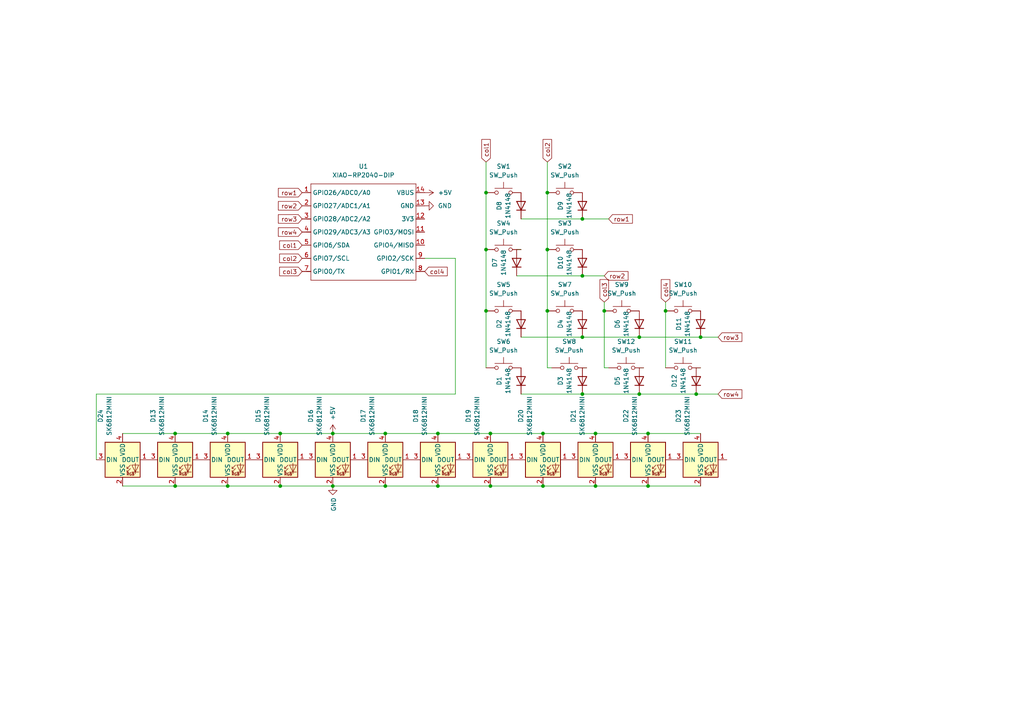
<source format=kicad_sch>
(kicad_sch
	(version 20250114)
	(generator "eeschema")
	(generator_version "9.0")
	(uuid "9b4b67b6-7981-4606-8eb7-5a22a292a8a3")
	(paper "A4")
	(lib_symbols
		(symbol "Diode:1N4148"
			(pin_numbers
				(hide yes)
			)
			(pin_names
				(hide yes)
			)
			(exclude_from_sim no)
			(in_bom yes)
			(on_board yes)
			(property "Reference" "D"
				(at 0 2.54 0)
				(effects
					(font
						(size 1.27 1.27)
					)
				)
			)
			(property "Value" "1N4148"
				(at 0 -2.54 0)
				(effects
					(font
						(size 1.27 1.27)
					)
				)
			)
			(property "Footprint" "Diode_THT:D_DO-35_SOD27_P7.62mm_Horizontal"
				(at 0 0 0)
				(effects
					(font
						(size 1.27 1.27)
					)
					(hide yes)
				)
			)
			(property "Datasheet" "https://assets.nexperia.com/documents/data-sheet/1N4148_1N4448.pdf"
				(at 0 0 0)
				(effects
					(font
						(size 1.27 1.27)
					)
					(hide yes)
				)
			)
			(property "Description" "100V 0.15A standard switching diode, DO-35"
				(at 0 0 0)
				(effects
					(font
						(size 1.27 1.27)
					)
					(hide yes)
				)
			)
			(property "Sim.Device" "D"
				(at 0 0 0)
				(effects
					(font
						(size 1.27 1.27)
					)
					(hide yes)
				)
			)
			(property "Sim.Pins" "1=K 2=A"
				(at 0 0 0)
				(effects
					(font
						(size 1.27 1.27)
					)
					(hide yes)
				)
			)
			(property "ki_keywords" "diode"
				(at 0 0 0)
				(effects
					(font
						(size 1.27 1.27)
					)
					(hide yes)
				)
			)
			(property "ki_fp_filters" "D*DO?35*"
				(at 0 0 0)
				(effects
					(font
						(size 1.27 1.27)
					)
					(hide yes)
				)
			)
			(symbol "1N4148_0_1"
				(polyline
					(pts
						(xy -1.27 1.27) (xy -1.27 -1.27)
					)
					(stroke
						(width 0.254)
						(type default)
					)
					(fill
						(type none)
					)
				)
				(polyline
					(pts
						(xy 1.27 1.27) (xy 1.27 -1.27) (xy -1.27 0) (xy 1.27 1.27)
					)
					(stroke
						(width 0.254)
						(type default)
					)
					(fill
						(type none)
					)
				)
				(polyline
					(pts
						(xy 1.27 0) (xy -1.27 0)
					)
					(stroke
						(width 0)
						(type default)
					)
					(fill
						(type none)
					)
				)
			)
			(symbol "1N4148_1_1"
				(pin passive line
					(at -3.81 0 0)
					(length 2.54)
					(name "K"
						(effects
							(font
								(size 1.27 1.27)
							)
						)
					)
					(number "1"
						(effects
							(font
								(size 1.27 1.27)
							)
						)
					)
				)
				(pin passive line
					(at 3.81 0 180)
					(length 2.54)
					(name "A"
						(effects
							(font
								(size 1.27 1.27)
							)
						)
					)
					(number "2"
						(effects
							(font
								(size 1.27 1.27)
							)
						)
					)
				)
			)
			(embedded_fonts no)
		)
		(symbol "LED:SK6812MINI"
			(pin_names
				(offset 0.254)
			)
			(exclude_from_sim no)
			(in_bom yes)
			(on_board yes)
			(property "Reference" "D"
				(at 5.08 5.715 0)
				(effects
					(font
						(size 1.27 1.27)
					)
					(justify right bottom)
				)
			)
			(property "Value" "SK6812MINI"
				(at 1.27 -5.715 0)
				(effects
					(font
						(size 1.27 1.27)
					)
					(justify left top)
				)
			)
			(property "Footprint" "LED_SMD:LED_SK6812MINI_PLCC4_3.5x3.5mm_P1.75mm"
				(at 1.27 -7.62 0)
				(effects
					(font
						(size 1.27 1.27)
					)
					(justify left top)
					(hide yes)
				)
			)
			(property "Datasheet" "https://cdn-shop.adafruit.com/product-files/2686/SK6812MINI_REV.01-1-2.pdf"
				(at 2.54 -9.525 0)
				(effects
					(font
						(size 1.27 1.27)
					)
					(justify left top)
					(hide yes)
				)
			)
			(property "Description" "RGB LED with integrated controller"
				(at 0 0 0)
				(effects
					(font
						(size 1.27 1.27)
					)
					(hide yes)
				)
			)
			(property "ki_keywords" "RGB LED NeoPixel Mini addressable"
				(at 0 0 0)
				(effects
					(font
						(size 1.27 1.27)
					)
					(hide yes)
				)
			)
			(property "ki_fp_filters" "LED*SK6812MINI*PLCC*3.5x3.5mm*P1.75mm*"
				(at 0 0 0)
				(effects
					(font
						(size 1.27 1.27)
					)
					(hide yes)
				)
			)
			(symbol "SK6812MINI_0_0"
				(text "RGB"
					(at 2.286 -4.191 0)
					(effects
						(font
							(size 0.762 0.762)
						)
					)
				)
			)
			(symbol "SK6812MINI_0_1"
				(polyline
					(pts
						(xy 1.27 -2.54) (xy 1.778 -2.54)
					)
					(stroke
						(width 0)
						(type default)
					)
					(fill
						(type none)
					)
				)
				(polyline
					(pts
						(xy 1.27 -3.556) (xy 1.778 -3.556)
					)
					(stroke
						(width 0)
						(type default)
					)
					(fill
						(type none)
					)
				)
				(polyline
					(pts
						(xy 2.286 -1.524) (xy 1.27 -2.54) (xy 1.27 -2.032)
					)
					(stroke
						(width 0)
						(type default)
					)
					(fill
						(type none)
					)
				)
				(polyline
					(pts
						(xy 2.286 -2.54) (xy 1.27 -3.556) (xy 1.27 -3.048)
					)
					(stroke
						(width 0)
						(type default)
					)
					(fill
						(type none)
					)
				)
				(polyline
					(pts
						(xy 3.683 -1.016) (xy 3.683 -3.556) (xy 3.683 -4.064)
					)
					(stroke
						(width 0)
						(type default)
					)
					(fill
						(type none)
					)
				)
				(polyline
					(pts
						(xy 4.699 -1.524) (xy 2.667 -1.524) (xy 3.683 -3.556) (xy 4.699 -1.524)
					)
					(stroke
						(width 0)
						(type default)
					)
					(fill
						(type none)
					)
				)
				(polyline
					(pts
						(xy 4.699 -3.556) (xy 2.667 -3.556)
					)
					(stroke
						(width 0)
						(type default)
					)
					(fill
						(type none)
					)
				)
				(rectangle
					(start 5.08 5.08)
					(end -5.08 -5.08)
					(stroke
						(width 0.254)
						(type default)
					)
					(fill
						(type background)
					)
				)
			)
			(symbol "SK6812MINI_1_1"
				(pin input line
					(at -7.62 0 0)
					(length 2.54)
					(name "DIN"
						(effects
							(font
								(size 1.27 1.27)
							)
						)
					)
					(number "3"
						(effects
							(font
								(size 1.27 1.27)
							)
						)
					)
				)
				(pin power_in line
					(at 0 7.62 270)
					(length 2.54)
					(name "VDD"
						(effects
							(font
								(size 1.27 1.27)
							)
						)
					)
					(number "4"
						(effects
							(font
								(size 1.27 1.27)
							)
						)
					)
				)
				(pin power_in line
					(at 0 -7.62 90)
					(length 2.54)
					(name "VSS"
						(effects
							(font
								(size 1.27 1.27)
							)
						)
					)
					(number "2"
						(effects
							(font
								(size 1.27 1.27)
							)
						)
					)
				)
				(pin output line
					(at 7.62 0 180)
					(length 2.54)
					(name "DOUT"
						(effects
							(font
								(size 1.27 1.27)
							)
						)
					)
					(number "1"
						(effects
							(font
								(size 1.27 1.27)
							)
						)
					)
				)
			)
			(embedded_fonts no)
		)
		(symbol "Switch:SW_Push"
			(pin_numbers
				(hide yes)
			)
			(pin_names
				(offset 1.016)
				(hide yes)
			)
			(exclude_from_sim no)
			(in_bom yes)
			(on_board yes)
			(property "Reference" "SW"
				(at 1.27 2.54 0)
				(effects
					(font
						(size 1.27 1.27)
					)
					(justify left)
				)
			)
			(property "Value" "SW_Push"
				(at 0 -1.524 0)
				(effects
					(font
						(size 1.27 1.27)
					)
				)
			)
			(property "Footprint" ""
				(at 0 5.08 0)
				(effects
					(font
						(size 1.27 1.27)
					)
					(hide yes)
				)
			)
			(property "Datasheet" "~"
				(at 0 5.08 0)
				(effects
					(font
						(size 1.27 1.27)
					)
					(hide yes)
				)
			)
			(property "Description" "Push button switch, generic, two pins"
				(at 0 0 0)
				(effects
					(font
						(size 1.27 1.27)
					)
					(hide yes)
				)
			)
			(property "ki_keywords" "switch normally-open pushbutton push-button"
				(at 0 0 0)
				(effects
					(font
						(size 1.27 1.27)
					)
					(hide yes)
				)
			)
			(symbol "SW_Push_0_1"
				(circle
					(center -2.032 0)
					(radius 0.508)
					(stroke
						(width 0)
						(type default)
					)
					(fill
						(type none)
					)
				)
				(polyline
					(pts
						(xy 0 1.27) (xy 0 3.048)
					)
					(stroke
						(width 0)
						(type default)
					)
					(fill
						(type none)
					)
				)
				(circle
					(center 2.032 0)
					(radius 0.508)
					(stroke
						(width 0)
						(type default)
					)
					(fill
						(type none)
					)
				)
				(polyline
					(pts
						(xy 2.54 1.27) (xy -2.54 1.27)
					)
					(stroke
						(width 0)
						(type default)
					)
					(fill
						(type none)
					)
				)
				(pin passive line
					(at -5.08 0 0)
					(length 2.54)
					(name "1"
						(effects
							(font
								(size 1.27 1.27)
							)
						)
					)
					(number "1"
						(effects
							(font
								(size 1.27 1.27)
							)
						)
					)
				)
				(pin passive line
					(at 5.08 0 180)
					(length 2.54)
					(name "2"
						(effects
							(font
								(size 1.27 1.27)
							)
						)
					)
					(number "2"
						(effects
							(font
								(size 1.27 1.27)
							)
						)
					)
				)
			)
			(embedded_fonts no)
		)
		(symbol "lib-1:XIAO-RP2040-DIP"
			(exclude_from_sim no)
			(in_bom yes)
			(on_board yes)
			(property "Reference" "U"
				(at 0 0 0)
				(effects
					(font
						(size 1.27 1.27)
					)
				)
			)
			(property "Value" "XIAO-RP2040-DIP"
				(at 5.334 -1.778 0)
				(effects
					(font
						(size 1.27 1.27)
					)
				)
			)
			(property "Footprint" "Module:MOUDLE14P-XIAO-DIP-SMD"
				(at 14.478 -32.258 0)
				(effects
					(font
						(size 1.27 1.27)
					)
					(hide yes)
				)
			)
			(property "Datasheet" ""
				(at 0 0 0)
				(effects
					(font
						(size 1.27 1.27)
					)
					(hide yes)
				)
			)
			(property "Description" ""
				(at 0 0 0)
				(effects
					(font
						(size 1.27 1.27)
					)
					(hide yes)
				)
			)
			(symbol "XIAO-RP2040-DIP_1_0"
				(polyline
					(pts
						(xy -1.27 -2.54) (xy 29.21 -2.54)
					)
					(stroke
						(width 0.1524)
						(type solid)
					)
					(fill
						(type none)
					)
				)
				(polyline
					(pts
						(xy -1.27 -5.08) (xy -2.54 -5.08)
					)
					(stroke
						(width 0.1524)
						(type solid)
					)
					(fill
						(type none)
					)
				)
				(polyline
					(pts
						(xy -1.27 -5.08) (xy -1.27 -2.54)
					)
					(stroke
						(width 0.1524)
						(type solid)
					)
					(fill
						(type none)
					)
				)
				(polyline
					(pts
						(xy -1.27 -8.89) (xy -2.54 -8.89)
					)
					(stroke
						(width 0.1524)
						(type solid)
					)
					(fill
						(type none)
					)
				)
				(polyline
					(pts
						(xy -1.27 -8.89) (xy -1.27 -5.08)
					)
					(stroke
						(width 0.1524)
						(type solid)
					)
					(fill
						(type none)
					)
				)
				(polyline
					(pts
						(xy -1.27 -12.7) (xy -2.54 -12.7)
					)
					(stroke
						(width 0.1524)
						(type solid)
					)
					(fill
						(type none)
					)
				)
				(polyline
					(pts
						(xy -1.27 -12.7) (xy -1.27 -8.89)
					)
					(stroke
						(width 0.1524)
						(type solid)
					)
					(fill
						(type none)
					)
				)
				(polyline
					(pts
						(xy -1.27 -16.51) (xy -2.54 -16.51)
					)
					(stroke
						(width 0.1524)
						(type solid)
					)
					(fill
						(type none)
					)
				)
				(polyline
					(pts
						(xy -1.27 -16.51) (xy -1.27 -12.7)
					)
					(stroke
						(width 0.1524)
						(type solid)
					)
					(fill
						(type none)
					)
				)
				(polyline
					(pts
						(xy -1.27 -20.32) (xy -2.54 -20.32)
					)
					(stroke
						(width 0.1524)
						(type solid)
					)
					(fill
						(type none)
					)
				)
				(polyline
					(pts
						(xy -1.27 -24.13) (xy -2.54 -24.13)
					)
					(stroke
						(width 0.1524)
						(type solid)
					)
					(fill
						(type none)
					)
				)
				(polyline
					(pts
						(xy -1.27 -27.94) (xy -2.54 -27.94)
					)
					(stroke
						(width 0.1524)
						(type solid)
					)
					(fill
						(type none)
					)
				)
				(polyline
					(pts
						(xy -1.27 -30.48) (xy -1.27 -16.51)
					)
					(stroke
						(width 0.1524)
						(type solid)
					)
					(fill
						(type none)
					)
				)
				(polyline
					(pts
						(xy 29.21 -2.54) (xy 29.21 -5.08)
					)
					(stroke
						(width 0.1524)
						(type solid)
					)
					(fill
						(type none)
					)
				)
				(polyline
					(pts
						(xy 29.21 -5.08) (xy 29.21 -8.89)
					)
					(stroke
						(width 0.1524)
						(type solid)
					)
					(fill
						(type none)
					)
				)
				(polyline
					(pts
						(xy 29.21 -8.89) (xy 29.21 -12.7)
					)
					(stroke
						(width 0.1524)
						(type solid)
					)
					(fill
						(type none)
					)
				)
				(polyline
					(pts
						(xy 29.21 -12.7) (xy 29.21 -30.48)
					)
					(stroke
						(width 0.1524)
						(type solid)
					)
					(fill
						(type none)
					)
				)
				(polyline
					(pts
						(xy 29.21 -30.48) (xy -1.27 -30.48)
					)
					(stroke
						(width 0.1524)
						(type solid)
					)
					(fill
						(type none)
					)
				)
				(polyline
					(pts
						(xy 30.48 -5.08) (xy 29.21 -5.08)
					)
					(stroke
						(width 0.1524)
						(type solid)
					)
					(fill
						(type none)
					)
				)
				(polyline
					(pts
						(xy 30.48 -8.89) (xy 29.21 -8.89)
					)
					(stroke
						(width 0.1524)
						(type solid)
					)
					(fill
						(type none)
					)
				)
				(polyline
					(pts
						(xy 30.48 -12.7) (xy 29.21 -12.7)
					)
					(stroke
						(width 0.1524)
						(type solid)
					)
					(fill
						(type none)
					)
				)
				(polyline
					(pts
						(xy 30.48 -16.51) (xy 29.21 -16.51)
					)
					(stroke
						(width 0.1524)
						(type solid)
					)
					(fill
						(type none)
					)
				)
				(polyline
					(pts
						(xy 30.48 -20.32) (xy 29.21 -20.32)
					)
					(stroke
						(width 0.1524)
						(type solid)
					)
					(fill
						(type none)
					)
				)
				(polyline
					(pts
						(xy 30.48 -24.13) (xy 29.21 -24.13)
					)
					(stroke
						(width 0.1524)
						(type solid)
					)
					(fill
						(type none)
					)
				)
				(polyline
					(pts
						(xy 30.48 -27.94) (xy 29.21 -27.94)
					)
					(stroke
						(width 0.1524)
						(type solid)
					)
					(fill
						(type none)
					)
				)
				(pin passive line
					(at -3.81 -5.08 0)
					(length 2.54)
					(name "GPIO26/ADC0/A0"
						(effects
							(font
								(size 1.27 1.27)
							)
						)
					)
					(number "1"
						(effects
							(font
								(size 1.27 1.27)
							)
						)
					)
				)
				(pin passive line
					(at -3.81 -8.89 0)
					(length 2.54)
					(name "GPIO27/ADC1/A1"
						(effects
							(font
								(size 1.27 1.27)
							)
						)
					)
					(number "2"
						(effects
							(font
								(size 1.27 1.27)
							)
						)
					)
				)
				(pin passive line
					(at -3.81 -12.7 0)
					(length 2.54)
					(name "GPIO28/ADC2/A2"
						(effects
							(font
								(size 1.27 1.27)
							)
						)
					)
					(number "3"
						(effects
							(font
								(size 1.27 1.27)
							)
						)
					)
				)
				(pin passive line
					(at -3.81 -16.51 0)
					(length 2.54)
					(name "GPIO29/ADC3/A3"
						(effects
							(font
								(size 1.27 1.27)
							)
						)
					)
					(number "4"
						(effects
							(font
								(size 1.27 1.27)
							)
						)
					)
				)
				(pin passive line
					(at -3.81 -20.32 0)
					(length 2.54)
					(name "GPIO6/SDA"
						(effects
							(font
								(size 1.27 1.27)
							)
						)
					)
					(number "5"
						(effects
							(font
								(size 1.27 1.27)
							)
						)
					)
				)
				(pin passive line
					(at -3.81 -24.13 0)
					(length 2.54)
					(name "GPIO7/SCL"
						(effects
							(font
								(size 1.27 1.27)
							)
						)
					)
					(number "6"
						(effects
							(font
								(size 1.27 1.27)
							)
						)
					)
				)
				(pin passive line
					(at -3.81 -27.94 0)
					(length 2.54)
					(name "GPIO0/TX"
						(effects
							(font
								(size 1.27 1.27)
							)
						)
					)
					(number "7"
						(effects
							(font
								(size 1.27 1.27)
							)
						)
					)
				)
				(pin passive line
					(at 31.75 -5.08 180)
					(length 2.54)
					(name "VBUS"
						(effects
							(font
								(size 1.27 1.27)
							)
						)
					)
					(number "14"
						(effects
							(font
								(size 1.27 1.27)
							)
						)
					)
				)
				(pin passive line
					(at 31.75 -8.89 180)
					(length 2.54)
					(name "GND"
						(effects
							(font
								(size 1.27 1.27)
							)
						)
					)
					(number "13"
						(effects
							(font
								(size 1.27 1.27)
							)
						)
					)
				)
				(pin passive line
					(at 31.75 -12.7 180)
					(length 2.54)
					(name "3V3"
						(effects
							(font
								(size 1.27 1.27)
							)
						)
					)
					(number "12"
						(effects
							(font
								(size 1.27 1.27)
							)
						)
					)
				)
				(pin passive line
					(at 31.75 -16.51 180)
					(length 2.54)
					(name "GPIO3/MOSI"
						(effects
							(font
								(size 1.27 1.27)
							)
						)
					)
					(number "11"
						(effects
							(font
								(size 1.27 1.27)
							)
						)
					)
				)
				(pin passive line
					(at 31.75 -20.32 180)
					(length 2.54)
					(name "GPIO4/MISO"
						(effects
							(font
								(size 1.27 1.27)
							)
						)
					)
					(number "10"
						(effects
							(font
								(size 1.27 1.27)
							)
						)
					)
				)
				(pin passive line
					(at 31.75 -24.13 180)
					(length 2.54)
					(name "GPIO2/SCK"
						(effects
							(font
								(size 1.27 1.27)
							)
						)
					)
					(number "9"
						(effects
							(font
								(size 1.27 1.27)
							)
						)
					)
				)
				(pin passive line
					(at 31.75 -27.94 180)
					(length 2.54)
					(name "GPIO1/RX"
						(effects
							(font
								(size 1.27 1.27)
							)
						)
					)
					(number "8"
						(effects
							(font
								(size 1.27 1.27)
							)
						)
					)
				)
			)
			(embedded_fonts no)
		)
		(symbol "power:+5V"
			(power)
			(pin_numbers
				(hide yes)
			)
			(pin_names
				(offset 0)
				(hide yes)
			)
			(exclude_from_sim no)
			(in_bom yes)
			(on_board yes)
			(property "Reference" "#PWR"
				(at 0 -3.81 0)
				(effects
					(font
						(size 1.27 1.27)
					)
					(hide yes)
				)
			)
			(property "Value" "+5V"
				(at 0 3.556 0)
				(effects
					(font
						(size 1.27 1.27)
					)
				)
			)
			(property "Footprint" ""
				(at 0 0 0)
				(effects
					(font
						(size 1.27 1.27)
					)
					(hide yes)
				)
			)
			(property "Datasheet" ""
				(at 0 0 0)
				(effects
					(font
						(size 1.27 1.27)
					)
					(hide yes)
				)
			)
			(property "Description" "Power symbol creates a global label with name \"+5V\""
				(at 0 0 0)
				(effects
					(font
						(size 1.27 1.27)
					)
					(hide yes)
				)
			)
			(property "ki_keywords" "global power"
				(at 0 0 0)
				(effects
					(font
						(size 1.27 1.27)
					)
					(hide yes)
				)
			)
			(symbol "+5V_0_1"
				(polyline
					(pts
						(xy -0.762 1.27) (xy 0 2.54)
					)
					(stroke
						(width 0)
						(type default)
					)
					(fill
						(type none)
					)
				)
				(polyline
					(pts
						(xy 0 2.54) (xy 0.762 1.27)
					)
					(stroke
						(width 0)
						(type default)
					)
					(fill
						(type none)
					)
				)
				(polyline
					(pts
						(xy 0 0) (xy 0 2.54)
					)
					(stroke
						(width 0)
						(type default)
					)
					(fill
						(type none)
					)
				)
			)
			(symbol "+5V_1_1"
				(pin power_in line
					(at 0 0 90)
					(length 0)
					(name "~"
						(effects
							(font
								(size 1.27 1.27)
							)
						)
					)
					(number "1"
						(effects
							(font
								(size 1.27 1.27)
							)
						)
					)
				)
			)
			(embedded_fonts no)
		)
		(symbol "power:GND"
			(power)
			(pin_numbers
				(hide yes)
			)
			(pin_names
				(offset 0)
				(hide yes)
			)
			(exclude_from_sim no)
			(in_bom yes)
			(on_board yes)
			(property "Reference" "#PWR"
				(at 0 -6.35 0)
				(effects
					(font
						(size 1.27 1.27)
					)
					(hide yes)
				)
			)
			(property "Value" "GND"
				(at 0 -3.81 0)
				(effects
					(font
						(size 1.27 1.27)
					)
				)
			)
			(property "Footprint" ""
				(at 0 0 0)
				(effects
					(font
						(size 1.27 1.27)
					)
					(hide yes)
				)
			)
			(property "Datasheet" ""
				(at 0 0 0)
				(effects
					(font
						(size 1.27 1.27)
					)
					(hide yes)
				)
			)
			(property "Description" "Power symbol creates a global label with name \"GND\" , ground"
				(at 0 0 0)
				(effects
					(font
						(size 1.27 1.27)
					)
					(hide yes)
				)
			)
			(property "ki_keywords" "global power"
				(at 0 0 0)
				(effects
					(font
						(size 1.27 1.27)
					)
					(hide yes)
				)
			)
			(symbol "GND_0_1"
				(polyline
					(pts
						(xy 0 0) (xy 0 -1.27) (xy 1.27 -1.27) (xy 0 -2.54) (xy -1.27 -1.27) (xy 0 -1.27)
					)
					(stroke
						(width 0)
						(type default)
					)
					(fill
						(type none)
					)
				)
			)
			(symbol "GND_1_1"
				(pin power_in line
					(at 0 0 270)
					(length 0)
					(name "~"
						(effects
							(font
								(size 1.27 1.27)
							)
						)
					)
					(number "1"
						(effects
							(font
								(size 1.27 1.27)
							)
						)
					)
				)
			)
			(embedded_fonts no)
		)
	)
	(junction
		(at 158.75 55.88)
		(diameter 0)
		(color 0 0 0 0)
		(uuid "0663205d-d16a-419a-aae0-c1c4c11bb45e")
	)
	(junction
		(at 66.04 140.97)
		(diameter 0)
		(color 0 0 0 0)
		(uuid "08b3e5bb-8bbd-44da-ad71-ae245b6d1228")
	)
	(junction
		(at 142.24 125.73)
		(diameter 0)
		(color 0 0 0 0)
		(uuid "090a4e9d-132d-4ebd-bde5-c829f26fb299")
	)
	(junction
		(at 111.76 140.97)
		(diameter 0)
		(color 0 0 0 0)
		(uuid "0914f6fa-15ea-44ea-83f5-600a5f38064b")
	)
	(junction
		(at 193.04 90.17)
		(diameter 0)
		(color 0 0 0 0)
		(uuid "0afaf9e4-bfcd-43ce-a8bb-fec2b3eb5d31")
	)
	(junction
		(at 175.26 90.17)
		(diameter 0)
		(color 0 0 0 0)
		(uuid "17f07101-7ce2-428e-b328-466d00dbf4a8")
	)
	(junction
		(at 201.93 114.3)
		(diameter 0)
		(color 0 0 0 0)
		(uuid "2460844b-642b-475a-9e06-d4f4ed8f8483")
	)
	(junction
		(at 185.42 97.79)
		(diameter 0)
		(color 0 0 0 0)
		(uuid "29fc033d-ef50-4763-913f-cd0f2716e48d")
	)
	(junction
		(at 81.28 125.73)
		(diameter 0)
		(color 0 0 0 0)
		(uuid "2c325362-9a32-41c3-b537-10de11496d00")
	)
	(junction
		(at 140.97 55.88)
		(diameter 0)
		(color 0 0 0 0)
		(uuid "2fb04d9c-e2b8-4650-b3e0-d9861f7fb116")
	)
	(junction
		(at 168.91 63.5)
		(diameter 0)
		(color 0 0 0 0)
		(uuid "33840b07-d2f2-4119-98b6-8467b9f58b10")
	)
	(junction
		(at 187.96 140.97)
		(diameter 0)
		(color 0 0 0 0)
		(uuid "33e40d9f-ba81-47ca-b3e8-6c71bff29c4c")
	)
	(junction
		(at 157.48 140.97)
		(diameter 0)
		(color 0 0 0 0)
		(uuid "42f9f395-f5c4-4346-acb3-850e85f4ec3a")
	)
	(junction
		(at 168.91 97.79)
		(diameter 0)
		(color 0 0 0 0)
		(uuid "4cce1227-1dd7-49db-8ce1-25fc4657e24c")
	)
	(junction
		(at 140.97 72.39)
		(diameter 0)
		(color 0 0 0 0)
		(uuid "52c6f0ca-bb26-4551-bebf-3041ab4923b6")
	)
	(junction
		(at 127 140.97)
		(diameter 0)
		(color 0 0 0 0)
		(uuid "6430d551-ccf2-4271-8f12-2974c4f0fa73")
	)
	(junction
		(at 127 125.73)
		(diameter 0)
		(color 0 0 0 0)
		(uuid "6447b775-50b0-4abc-8560-876e91452d00")
	)
	(junction
		(at 66.04 125.73)
		(diameter 0)
		(color 0 0 0 0)
		(uuid "667a1862-4df1-4b67-8643-4309e547caf9")
	)
	(junction
		(at 172.72 140.97)
		(diameter 0)
		(color 0 0 0 0)
		(uuid "71569088-3014-492f-8d9e-745674a67a9c")
	)
	(junction
		(at 81.28 140.97)
		(diameter 0)
		(color 0 0 0 0)
		(uuid "77ced410-b731-4188-b00f-ef7e1c78bfe7")
	)
	(junction
		(at 140.97 90.17)
		(diameter 0)
		(color 0 0 0 0)
		(uuid "78b725c3-fec6-4c1e-9996-cdd36209e89b")
	)
	(junction
		(at 158.75 72.39)
		(diameter 0)
		(color 0 0 0 0)
		(uuid "82569d2d-0a93-484f-9d21-72bd91305346")
	)
	(junction
		(at 142.24 140.97)
		(diameter 0)
		(color 0 0 0 0)
		(uuid "8d630d0b-4cb2-4fe9-86d8-83ca1086b9fb")
	)
	(junction
		(at 203.2 97.79)
		(diameter 0)
		(color 0 0 0 0)
		(uuid "8dedb9a0-9fc9-4011-a0f7-b4964b290967")
	)
	(junction
		(at 187.96 125.73)
		(diameter 0)
		(color 0 0 0 0)
		(uuid "9215062d-0196-4bd7-9969-e22576a0a994")
	)
	(junction
		(at 168.91 114.3)
		(diameter 0)
		(color 0 0 0 0)
		(uuid "99f6ad78-a042-4444-9353-430c869cefe3")
	)
	(junction
		(at 50.8 140.97)
		(diameter 0)
		(color 0 0 0 0)
		(uuid "b391cfb0-8531-444d-92ce-2eac180751e3")
	)
	(junction
		(at 111.76 125.73)
		(diameter 0)
		(color 0 0 0 0)
		(uuid "be9fa383-74c2-4c32-9539-bf023f6e1338")
	)
	(junction
		(at 157.48 125.73)
		(diameter 0)
		(color 0 0 0 0)
		(uuid "c0a2bc11-1204-475e-91b4-4ff583fb7910")
	)
	(junction
		(at 168.91 80.01)
		(diameter 0)
		(color 0 0 0 0)
		(uuid "c77b9c87-dc4c-438d-bdfb-b97bcea26e39")
	)
	(junction
		(at 50.8 125.73)
		(diameter 0)
		(color 0 0 0 0)
		(uuid "d4470e6a-2a6b-4350-9331-b95dd829fb7b")
	)
	(junction
		(at 172.72 125.73)
		(diameter 0)
		(color 0 0 0 0)
		(uuid "d5fe2561-e82b-4666-88e5-66cbcbc9599e")
	)
	(junction
		(at 185.42 114.3)
		(diameter 0)
		(color 0 0 0 0)
		(uuid "d97e535b-f0c5-4a1f-a06c-4e3f6281a53e")
	)
	(junction
		(at 96.52 140.97)
		(diameter 0)
		(color 0 0 0 0)
		(uuid "de752788-ea81-434d-98fe-5e63a317ccc5")
	)
	(junction
		(at 96.52 125.73)
		(diameter 0)
		(color 0 0 0 0)
		(uuid "ea08966f-c959-4149-9c06-cf8ca07560bc")
	)
	(junction
		(at 158.75 90.17)
		(diameter 0)
		(color 0 0 0 0)
		(uuid "f16a1650-2fe7-40fa-a90e-e78609684f36")
	)
	(wire
		(pts
			(xy 193.04 87.63) (xy 193.04 90.17)
		)
		(stroke
			(width 0)
			(type default)
		)
		(uuid "03721bd9-8e5b-4aa6-92e2-bc8f2d425202")
	)
	(wire
		(pts
			(xy 187.96 140.97) (xy 203.2 140.97)
		)
		(stroke
			(width 0)
			(type default)
		)
		(uuid "04933dcb-8a91-491f-af12-128b9199226b")
	)
	(wire
		(pts
			(xy 158.75 72.39) (xy 158.75 90.17)
		)
		(stroke
			(width 0)
			(type default)
		)
		(uuid "0585c789-75b2-4357-87c6-71e8c72c0282")
	)
	(wire
		(pts
			(xy 140.97 72.39) (xy 140.97 90.17)
		)
		(stroke
			(width 0)
			(type default)
		)
		(uuid "066f16b1-6e0e-4c59-baa6-2f7b0a347bab")
	)
	(wire
		(pts
			(xy 175.26 87.63) (xy 175.26 90.17)
		)
		(stroke
			(width 0)
			(type default)
		)
		(uuid "06af8585-0715-4dd0-8f4b-97f129761e55")
	)
	(wire
		(pts
			(xy 35.56 125.73) (xy 50.8 125.73)
		)
		(stroke
			(width 0)
			(type default)
		)
		(uuid "0788b35c-9562-409c-9e9b-b5b1ee8c3bba")
	)
	(wire
		(pts
			(xy 142.24 125.73) (xy 157.48 125.73)
		)
		(stroke
			(width 0)
			(type default)
		)
		(uuid "07b7fdb5-9350-4682-812f-a89fded31877")
	)
	(wire
		(pts
			(xy 168.91 63.5) (xy 176.53 63.5)
		)
		(stroke
			(width 0)
			(type default)
		)
		(uuid "0e827f06-5a19-4e4d-92b1-6cb9e79aca06")
	)
	(wire
		(pts
			(xy 96.52 125.73) (xy 111.76 125.73)
		)
		(stroke
			(width 0)
			(type default)
		)
		(uuid "140aef47-f0c9-4511-b7c5-fc14ae61b528")
	)
	(wire
		(pts
			(xy 142.24 140.97) (xy 157.48 140.97)
		)
		(stroke
			(width 0)
			(type default)
		)
		(uuid "21a9a97e-7276-4202-842d-bd68a7cfd344")
	)
	(wire
		(pts
			(xy 203.2 97.79) (xy 208.28 97.79)
		)
		(stroke
			(width 0)
			(type default)
		)
		(uuid "236ee258-1ec6-45fb-9488-b38dec97ebcc")
	)
	(wire
		(pts
			(xy 50.8 140.97) (xy 66.04 140.97)
		)
		(stroke
			(width 0)
			(type default)
		)
		(uuid "2caa8ee8-752d-4144-ade8-e9d7f0c5e638")
	)
	(wire
		(pts
			(xy 175.26 90.17) (xy 175.26 106.68)
		)
		(stroke
			(width 0)
			(type default)
		)
		(uuid "3252bcc8-9b5f-4052-bb11-7cc54c6c1f81")
	)
	(wire
		(pts
			(xy 158.75 106.68) (xy 160.02 106.68)
		)
		(stroke
			(width 0)
			(type default)
		)
		(uuid "355b41fb-49ef-4427-bf0c-3e8e5bdbe468")
	)
	(wire
		(pts
			(xy 201.93 114.3) (xy 208.28 114.3)
		)
		(stroke
			(width 0)
			(type default)
		)
		(uuid "3b26889f-a9f2-4218-840a-d176fc401848")
	)
	(wire
		(pts
			(xy 149.86 80.01) (xy 168.91 80.01)
		)
		(stroke
			(width 0)
			(type default)
		)
		(uuid "40386ba5-06af-4b57-86fe-74cf7f8b0e1f")
	)
	(wire
		(pts
			(xy 158.75 90.17) (xy 158.75 106.68)
		)
		(stroke
			(width 0)
			(type default)
		)
		(uuid "4e4e3715-38a5-4c74-966a-f30d3dab3b29")
	)
	(wire
		(pts
			(xy 158.75 55.88) (xy 158.75 72.39)
		)
		(stroke
			(width 0)
			(type default)
		)
		(uuid "5e8d5d72-9f38-41bf-9ed9-92557f3b2f6d")
	)
	(wire
		(pts
			(xy 168.91 80.01) (xy 175.26 80.01)
		)
		(stroke
			(width 0)
			(type default)
		)
		(uuid "606fee41-7a05-499a-9887-e30f0d0132bf")
	)
	(wire
		(pts
			(xy 172.72 125.73) (xy 187.96 125.73)
		)
		(stroke
			(width 0)
			(type default)
		)
		(uuid "694376ae-71eb-40a3-8edd-ac9ab9bd3f9a")
	)
	(wire
		(pts
			(xy 158.75 46.99) (xy 158.75 55.88)
		)
		(stroke
			(width 0)
			(type default)
		)
		(uuid "6fbe83d4-854d-45df-a9e3-400c84f8ee3e")
	)
	(wire
		(pts
			(xy 185.42 97.79) (xy 203.2 97.79)
		)
		(stroke
			(width 0)
			(type default)
		)
		(uuid "6ff4f783-6f0b-4eab-9315-62307cf41864")
	)
	(wire
		(pts
			(xy 149.86 72.39) (xy 151.13 72.39)
		)
		(stroke
			(width 0)
			(type default)
		)
		(uuid "73423525-6ee6-422b-96b0-88c325e9fb22")
	)
	(wire
		(pts
			(xy 96.52 140.97) (xy 111.76 140.97)
		)
		(stroke
			(width 0)
			(type default)
		)
		(uuid "73aa2e70-f2b8-480f-8978-56d0b74bc2fa")
	)
	(wire
		(pts
			(xy 187.96 125.73) (xy 203.2 125.73)
		)
		(stroke
			(width 0)
			(type default)
		)
		(uuid "77c84216-4f71-4905-9072-c520dafe649f")
	)
	(wire
		(pts
			(xy 81.28 140.97) (xy 96.52 140.97)
		)
		(stroke
			(width 0)
			(type default)
		)
		(uuid "79831365-0eeb-4baf-a170-4d3f9167b545")
	)
	(wire
		(pts
			(xy 193.04 90.17) (xy 193.04 106.68)
		)
		(stroke
			(width 0)
			(type default)
		)
		(uuid "7a9bcd2b-b483-4124-9e54-76e97b362860")
	)
	(wire
		(pts
			(xy 123.19 74.93) (xy 132.08 74.93)
		)
		(stroke
			(width 0)
			(type default)
		)
		(uuid "7c5fc378-7b80-404c-a73b-98c0af7cb77e")
	)
	(wire
		(pts
			(xy 35.56 140.97) (xy 50.8 140.97)
		)
		(stroke
			(width 0)
			(type default)
		)
		(uuid "7ca7cf5f-3b8f-4c01-83ea-1a934608e8c1")
	)
	(wire
		(pts
			(xy 172.72 140.97) (xy 187.96 140.97)
		)
		(stroke
			(width 0)
			(type default)
		)
		(uuid "7cfc3141-c031-4365-8711-e66b65cdb9d4")
	)
	(wire
		(pts
			(xy 175.26 106.68) (xy 176.53 106.68)
		)
		(stroke
			(width 0)
			(type default)
		)
		(uuid "8886c159-78ef-4e25-88c4-ddf1fe8cb48e")
	)
	(wire
		(pts
			(xy 127 125.73) (xy 142.24 125.73)
		)
		(stroke
			(width 0)
			(type default)
		)
		(uuid "896ca991-98d5-45c7-8ccc-277cb054e5b8")
	)
	(wire
		(pts
			(xy 140.97 90.17) (xy 140.97 106.68)
		)
		(stroke
			(width 0)
			(type default)
		)
		(uuid "97a06b11-9f27-4652-98a2-3d487f8a3c1a")
	)
	(wire
		(pts
			(xy 81.28 125.73) (xy 96.52 125.73)
		)
		(stroke
			(width 0)
			(type default)
		)
		(uuid "9ac63435-9977-4498-8833-de3f7ca2d552")
	)
	(wire
		(pts
			(xy 27.94 114.3) (xy 27.94 133.35)
		)
		(stroke
			(width 0)
			(type default)
		)
		(uuid "9c9d3303-c49c-459c-85d0-f5dbafc04543")
	)
	(wire
		(pts
			(xy 168.91 106.68) (xy 170.18 106.68)
		)
		(stroke
			(width 0)
			(type default)
		)
		(uuid "a2788c7e-9223-4860-8b0f-de479b033e99")
	)
	(wire
		(pts
			(xy 50.8 125.73) (xy 66.04 125.73)
		)
		(stroke
			(width 0)
			(type default)
		)
		(uuid "a34e0be4-dab1-419f-bd9f-58246cc6621f")
	)
	(wire
		(pts
			(xy 185.42 114.3) (xy 201.93 114.3)
		)
		(stroke
			(width 0)
			(type default)
		)
		(uuid "bed21e30-e523-42d1-963a-010345571f27")
	)
	(wire
		(pts
			(xy 151.13 63.5) (xy 168.91 63.5)
		)
		(stroke
			(width 0)
			(type default)
		)
		(uuid "c103c1e0-12c4-4b09-80d3-402ba6c37691")
	)
	(wire
		(pts
			(xy 185.42 106.68) (xy 186.69 106.68)
		)
		(stroke
			(width 0)
			(type default)
		)
		(uuid "c322ca8e-b892-4807-9c23-34079b03d0d7")
	)
	(wire
		(pts
			(xy 201.93 106.68) (xy 203.2 106.68)
		)
		(stroke
			(width 0)
			(type default)
		)
		(uuid "c4d8e3b8-c99b-4fd7-86c6-79c2c3ec4eae")
	)
	(wire
		(pts
			(xy 168.91 97.79) (xy 185.42 97.79)
		)
		(stroke
			(width 0)
			(type default)
		)
		(uuid "c6a0745b-5997-4ad1-8d44-e2941f35d0cc")
	)
	(wire
		(pts
			(xy 66.04 140.97) (xy 81.28 140.97)
		)
		(stroke
			(width 0)
			(type default)
		)
		(uuid "c80c7115-fb59-4998-8900-ecbd7694cdef")
	)
	(wire
		(pts
			(xy 140.97 46.99) (xy 140.97 55.88)
		)
		(stroke
			(width 0)
			(type default)
		)
		(uuid "c9b5c548-b466-4f27-84ca-944eea3d0c76")
	)
	(wire
		(pts
			(xy 168.91 114.3) (xy 185.42 114.3)
		)
		(stroke
			(width 0)
			(type default)
		)
		(uuid "cb1162f0-a420-4b2e-8277-5991d14578eb")
	)
	(wire
		(pts
			(xy 140.97 55.88) (xy 140.97 72.39)
		)
		(stroke
			(width 0)
			(type default)
		)
		(uuid "cda1141d-0556-49f1-aacf-6c494bf7de43")
	)
	(wire
		(pts
			(xy 111.76 140.97) (xy 127 140.97)
		)
		(stroke
			(width 0)
			(type default)
		)
		(uuid "cef342e4-7908-4613-8fb3-2cb5b5e325e9")
	)
	(wire
		(pts
			(xy 27.94 114.3) (xy 132.08 114.3)
		)
		(stroke
			(width 0)
			(type default)
		)
		(uuid "d472013c-65ff-4d5c-92dd-1aa28e0c0431")
	)
	(wire
		(pts
			(xy 151.13 97.79) (xy 168.91 97.79)
		)
		(stroke
			(width 0)
			(type default)
		)
		(uuid "d68be6b5-2d59-4801-bbe5-e1f5731f65dc")
	)
	(wire
		(pts
			(xy 151.13 114.3) (xy 168.91 114.3)
		)
		(stroke
			(width 0)
			(type default)
		)
		(uuid "def80cac-5032-4c09-a751-95ca169ea60b")
	)
	(wire
		(pts
			(xy 132.08 114.3) (xy 132.08 74.93)
		)
		(stroke
			(width 0)
			(type default)
		)
		(uuid "e05f141b-b2c4-48ce-83db-76c18c43d6f4")
	)
	(wire
		(pts
			(xy 111.76 125.73) (xy 127 125.73)
		)
		(stroke
			(width 0)
			(type default)
		)
		(uuid "ef91268e-28da-484a-843f-8ce042c29a14")
	)
	(wire
		(pts
			(xy 127 140.97) (xy 142.24 140.97)
		)
		(stroke
			(width 0)
			(type default)
		)
		(uuid "f0e54516-1b2c-483b-9336-0374e3aef05e")
	)
	(wire
		(pts
			(xy 66.04 125.73) (xy 81.28 125.73)
		)
		(stroke
			(width 0)
			(type default)
		)
		(uuid "f547090d-ab1b-442c-a448-1177d4c947bc")
	)
	(wire
		(pts
			(xy 157.48 140.97) (xy 172.72 140.97)
		)
		(stroke
			(width 0)
			(type default)
		)
		(uuid "f5b9210f-f9ca-4afd-8d6e-46a543cf9f71")
	)
	(wire
		(pts
			(xy 157.48 125.73) (xy 172.72 125.73)
		)
		(stroke
			(width 0)
			(type default)
		)
		(uuid "f8a831ea-9718-426f-8849-3b16a93008e2")
	)
	(global_label "row4"
		(shape input)
		(at 208.28 114.3 0)
		(fields_autoplaced yes)
		(effects
			(font
				(size 1.27 1.27)
			)
			(justify left)
		)
		(uuid "13456368-f24a-484c-a5b8-9ce968a43f8f")
		(property "Intersheetrefs" "${INTERSHEET_REFS}"
			(at 215.7404 114.3 0)
			(effects
				(font
					(size 1.27 1.27)
				)
				(justify left)
				(hide yes)
			)
		)
	)
	(global_label "col3"
		(shape input)
		(at 87.63 78.74 180)
		(fields_autoplaced yes)
		(effects
			(font
				(size 1.27 1.27)
			)
			(justify right)
		)
		(uuid "300a66f9-8ce6-4833-abbc-9c7eb45b53ae")
		(property "Intersheetrefs" "${INTERSHEET_REFS}"
			(at 80.5325 78.74 0)
			(effects
				(font
					(size 1.27 1.27)
				)
				(justify right)
				(hide yes)
			)
		)
	)
	(global_label "col4"
		(shape input)
		(at 193.04 87.63 90)
		(fields_autoplaced yes)
		(effects
			(font
				(size 1.27 1.27)
			)
			(justify left)
		)
		(uuid "3834ece7-3e78-49f9-a3c4-8186ccf7f0d8")
		(property "Intersheetrefs" "${INTERSHEET_REFS}"
			(at 193.04 80.5325 90)
			(effects
				(font
					(size 1.27 1.27)
				)
				(justify left)
				(hide yes)
			)
		)
	)
	(global_label "col2"
		(shape input)
		(at 87.63 74.93 180)
		(fields_autoplaced yes)
		(effects
			(font
				(size 1.27 1.27)
			)
			(justify right)
		)
		(uuid "4af6781e-c6ce-4564-9bbc-74579e66dfd6")
		(property "Intersheetrefs" "${INTERSHEET_REFS}"
			(at 80.5325 74.93 0)
			(effects
				(font
					(size 1.27 1.27)
				)
				(justify right)
				(hide yes)
			)
		)
	)
	(global_label "col1"
		(shape input)
		(at 140.97 46.99 90)
		(fields_autoplaced yes)
		(effects
			(font
				(size 1.27 1.27)
			)
			(justify left)
		)
		(uuid "4b76e087-e953-47d0-a8f8-dd45fa47cdd8")
		(property "Intersheetrefs" "${INTERSHEET_REFS}"
			(at 140.97 39.8925 90)
			(effects
				(font
					(size 1.27 1.27)
				)
				(justify left)
				(hide yes)
			)
		)
	)
	(global_label "col3"
		(shape input)
		(at 175.26 87.63 90)
		(fields_autoplaced yes)
		(effects
			(font
				(size 1.27 1.27)
			)
			(justify left)
		)
		(uuid "4eda27d2-054a-40fa-9fa0-325896f92d53")
		(property "Intersheetrefs" "${INTERSHEET_REFS}"
			(at 175.26 80.5325 90)
			(effects
				(font
					(size 1.27 1.27)
				)
				(justify left)
				(hide yes)
			)
		)
	)
	(global_label "row1"
		(shape input)
		(at 176.53 63.5 0)
		(fields_autoplaced yes)
		(effects
			(font
				(size 1.27 1.27)
			)
			(justify left)
		)
		(uuid "50d2c284-188c-408d-a99f-d998c400d612")
		(property "Intersheetrefs" "${INTERSHEET_REFS}"
			(at 183.9904 63.5 0)
			(effects
				(font
					(size 1.27 1.27)
				)
				(justify left)
				(hide yes)
			)
		)
	)
	(global_label "row4"
		(shape input)
		(at 87.63 67.31 180)
		(fields_autoplaced yes)
		(effects
			(font
				(size 1.27 1.27)
			)
			(justify right)
		)
		(uuid "6f8806fb-6b94-49eb-b8bd-a0151a51eef1")
		(property "Intersheetrefs" "${INTERSHEET_REFS}"
			(at 80.1696 67.31 0)
			(effects
				(font
					(size 1.27 1.27)
				)
				(justify right)
				(hide yes)
			)
		)
	)
	(global_label "col2"
		(shape input)
		(at 158.75 46.99 90)
		(fields_autoplaced yes)
		(effects
			(font
				(size 1.27 1.27)
			)
			(justify left)
		)
		(uuid "74ef20d5-8e18-44a4-8a8c-418f81d7279e")
		(property "Intersheetrefs" "${INTERSHEET_REFS}"
			(at 158.75 39.8925 90)
			(effects
				(font
					(size 1.27 1.27)
				)
				(justify left)
				(hide yes)
			)
		)
	)
	(global_label "col1"
		(shape input)
		(at 87.63 71.12 180)
		(fields_autoplaced yes)
		(effects
			(font
				(size 1.27 1.27)
			)
			(justify right)
		)
		(uuid "95d79187-abd8-4ed9-98b7-39a28245b9fa")
		(property "Intersheetrefs" "${INTERSHEET_REFS}"
			(at 80.5325 71.12 0)
			(effects
				(font
					(size 1.27 1.27)
				)
				(justify right)
				(hide yes)
			)
		)
	)
	(global_label "row2"
		(shape input)
		(at 87.63 59.69 180)
		(fields_autoplaced yes)
		(effects
			(font
				(size 1.27 1.27)
			)
			(justify right)
		)
		(uuid "a3f70494-9ba1-455e-a443-60df82b23e7a")
		(property "Intersheetrefs" "${INTERSHEET_REFS}"
			(at 80.1696 59.69 0)
			(effects
				(font
					(size 1.27 1.27)
				)
				(justify right)
				(hide yes)
			)
		)
	)
	(global_label "col4"
		(shape input)
		(at 123.19 78.74 0)
		(fields_autoplaced yes)
		(effects
			(font
				(size 1.27 1.27)
			)
			(justify left)
		)
		(uuid "acc78491-687b-45ab-99e0-dceb104215e5")
		(property "Intersheetrefs" "${INTERSHEET_REFS}"
			(at 130.2875 78.74 0)
			(effects
				(font
					(size 1.27 1.27)
				)
				(justify left)
				(hide yes)
			)
		)
	)
	(global_label "row1"
		(shape input)
		(at 87.63 55.88 180)
		(fields_autoplaced yes)
		(effects
			(font
				(size 1.27 1.27)
			)
			(justify right)
		)
		(uuid "c2e53209-b12c-469f-b0dc-61283ac442cf")
		(property "Intersheetrefs" "${INTERSHEET_REFS}"
			(at 80.1696 55.88 0)
			(effects
				(font
					(size 1.27 1.27)
				)
				(justify right)
				(hide yes)
			)
		)
	)
	(global_label "row3"
		(shape input)
		(at 87.63 63.5 180)
		(fields_autoplaced yes)
		(effects
			(font
				(size 1.27 1.27)
			)
			(justify right)
		)
		(uuid "de418726-2d84-4da3-971d-8e4aeabdd8c7")
		(property "Intersheetrefs" "${INTERSHEET_REFS}"
			(at 80.1696 63.5 0)
			(effects
				(font
					(size 1.27 1.27)
				)
				(justify right)
				(hide yes)
			)
		)
	)
	(global_label "row2"
		(shape input)
		(at 175.26 80.01 0)
		(fields_autoplaced yes)
		(effects
			(font
				(size 1.27 1.27)
			)
			(justify left)
		)
		(uuid "f8013624-2bd1-4810-ba51-6f60f465cd9f")
		(property "Intersheetrefs" "${INTERSHEET_REFS}"
			(at 182.7204 80.01 0)
			(effects
				(font
					(size 1.27 1.27)
				)
				(justify left)
				(hide yes)
			)
		)
	)
	(global_label "row3"
		(shape input)
		(at 208.28 97.79 0)
		(fields_autoplaced yes)
		(effects
			(font
				(size 1.27 1.27)
			)
			(justify left)
		)
		(uuid "fd62d06f-673e-4840-a5df-78a21b488939")
		(property "Intersheetrefs" "${INTERSHEET_REFS}"
			(at 215.7404 97.79 0)
			(effects
				(font
					(size 1.27 1.27)
				)
				(justify left)
				(hide yes)
			)
		)
	)
	(symbol
		(lib_id "LED:SK6812MINI")
		(at 96.52 133.35 0)
		(unit 1)
		(exclude_from_sim no)
		(in_bom yes)
		(on_board yes)
		(dnp no)
		(fields_autoplaced yes)
		(uuid "019292fd-8551-474c-b2bc-3c6e97b5700b")
		(property "Reference" "D16"
			(at 90.0998 120.65 90)
			(effects
				(font
					(size 1.27 1.27)
				)
			)
		)
		(property "Value" "SK6812MINI"
			(at 92.6398 120.65 90)
			(effects
				(font
					(size 1.27 1.27)
				)
			)
		)
		(property "Footprint" "LED_SMD:LED_SK6812MINI_PLCC4_3.5x3.5mm_P1.75mm"
			(at 97.79 140.97 0)
			(effects
				(font
					(size 1.27 1.27)
				)
				(justify left top)
				(hide yes)
			)
		)
		(property "Datasheet" "https://cdn-shop.adafruit.com/product-files/2686/SK6812MINI_REV.01-1-2.pdf"
			(at 99.06 142.875 0)
			(effects
				(font
					(size 1.27 1.27)
				)
				(justify left top)
				(hide yes)
			)
		)
		(property "Description" "RGB LED with integrated controller"
			(at 96.52 133.35 0)
			(effects
				(font
					(size 1.27 1.27)
				)
				(hide yes)
			)
		)
		(pin "3"
			(uuid "e376bdd3-baf0-4654-b392-bec727310fe1")
		)
		(pin "1"
			(uuid "61443a28-7089-4b74-aa1d-8ad8556966c3")
		)
		(pin "2"
			(uuid "48914f9b-f8b1-45a1-b101-c2f84208dc8a")
		)
		(pin "4"
			(uuid "be5945cf-64ce-4e78-b9d9-7aaeab880eb0")
		)
		(instances
			(project ""
				(path "/9b4b67b6-7981-4606-8eb7-5a22a292a8a3"
					(reference "D16")
					(unit 1)
				)
			)
		)
	)
	(symbol
		(lib_id "power:GND")
		(at 96.52 140.97 0)
		(unit 1)
		(exclude_from_sim no)
		(in_bom yes)
		(on_board yes)
		(dnp no)
		(uuid "01a7be23-5cfa-4db5-9bb0-ee98349cd9e0")
		(property "Reference" "#PWR03"
			(at 96.52 147.32 0)
			(effects
				(font
					(size 1.27 1.27)
				)
				(hide yes)
			)
		)
		(property "Value" "GND"
			(at 96.774 144.272 90)
			(effects
				(font
					(size 1.27 1.27)
				)
				(justify right)
			)
		)
		(property "Footprint" ""
			(at 96.52 140.97 0)
			(effects
				(font
					(size 1.27 1.27)
				)
				(hide yes)
			)
		)
		(property "Datasheet" ""
			(at 96.52 140.97 0)
			(effects
				(font
					(size 1.27 1.27)
				)
				(hide yes)
			)
		)
		(property "Description" "Power symbol creates a global label with name \"GND\" , ground"
			(at 96.52 140.97 0)
			(effects
				(font
					(size 1.27 1.27)
				)
				(hide yes)
			)
		)
		(pin "1"
			(uuid "91634e10-3950-49cb-819f-ec608fbdbcd3")
		)
		(instances
			(project ""
				(path "/9b4b67b6-7981-4606-8eb7-5a22a292a8a3"
					(reference "#PWR03")
					(unit 1)
				)
			)
		)
	)
	(symbol
		(lib_id "Diode:1N4148")
		(at 168.91 93.98 90)
		(unit 1)
		(exclude_from_sim no)
		(in_bom yes)
		(on_board yes)
		(dnp no)
		(fields_autoplaced yes)
		(uuid "01adbb98-c9c3-4d4a-a288-77db8f44b1d2")
		(property "Reference" "D4"
			(at 162.56 93.98 0)
			(effects
				(font
					(size 1.27 1.27)
				)
			)
		)
		(property "Value" "1N4148"
			(at 165.1 93.98 0)
			(effects
				(font
					(size 1.27 1.27)
				)
			)
		)
		(property "Footprint" "Diode_THT:D_DO-35_SOD27_P7.62mm_Horizontal"
			(at 168.91 93.98 0)
			(effects
				(font
					(size 1.27 1.27)
				)
				(hide yes)
			)
		)
		(property "Datasheet" "https://assets.nexperia.com/documents/data-sheet/1N4148_1N4448.pdf"
			(at 168.91 93.98 0)
			(effects
				(font
					(size 1.27 1.27)
				)
				(hide yes)
			)
		)
		(property "Description" "100V 0.15A standard switching diode, DO-35"
			(at 168.91 93.98 0)
			(effects
				(font
					(size 1.27 1.27)
				)
				(hide yes)
			)
		)
		(property "Sim.Device" "D"
			(at 168.91 93.98 0)
			(effects
				(font
					(size 1.27 1.27)
				)
				(hide yes)
			)
		)
		(property "Sim.Pins" "1=K 2=A"
			(at 168.91 93.98 0)
			(effects
				(font
					(size 1.27 1.27)
				)
				(hide yes)
			)
		)
		(pin "1"
			(uuid "f1d1f1be-8653-4337-a98d-8bd4be8dfe32")
		)
		(pin "2"
			(uuid "2071140b-1522-4456-9153-4072d197f042")
		)
		(instances
			(project ""
				(path "/9b4b67b6-7981-4606-8eb7-5a22a292a8a3"
					(reference "D4")
					(unit 1)
				)
			)
		)
	)
	(symbol
		(lib_id "Diode:1N4148")
		(at 185.42 110.49 90)
		(unit 1)
		(exclude_from_sim no)
		(in_bom yes)
		(on_board yes)
		(dnp no)
		(fields_autoplaced yes)
		(uuid "0af5d172-cd31-46e8-a0aa-2a93e8ab077a")
		(property "Reference" "D5"
			(at 179.07 110.49 0)
			(effects
				(font
					(size 1.27 1.27)
				)
			)
		)
		(property "Value" "1N4148"
			(at 181.61 110.49 0)
			(effects
				(font
					(size 1.27 1.27)
				)
			)
		)
		(property "Footprint" "Diode_THT:D_DO-35_SOD27_P7.62mm_Horizontal"
			(at 185.42 110.49 0)
			(effects
				(font
					(size 1.27 1.27)
				)
				(hide yes)
			)
		)
		(property "Datasheet" "https://assets.nexperia.com/documents/data-sheet/1N4148_1N4448.pdf"
			(at 185.42 110.49 0)
			(effects
				(font
					(size 1.27 1.27)
				)
				(hide yes)
			)
		)
		(property "Description" "100V 0.15A standard switching diode, DO-35"
			(at 185.42 110.49 0)
			(effects
				(font
					(size 1.27 1.27)
				)
				(hide yes)
			)
		)
		(property "Sim.Device" "D"
			(at 185.42 110.49 0)
			(effects
				(font
					(size 1.27 1.27)
				)
				(hide yes)
			)
		)
		(property "Sim.Pins" "1=K 2=A"
			(at 185.42 110.49 0)
			(effects
				(font
					(size 1.27 1.27)
				)
				(hide yes)
			)
		)
		(pin "1"
			(uuid "f1d1f1be-8653-4337-a98d-8bd4be8dfe33")
		)
		(pin "2"
			(uuid "2071140b-1522-4456-9153-4072d197f043")
		)
		(instances
			(project ""
				(path "/9b4b67b6-7981-4606-8eb7-5a22a292a8a3"
					(reference "D5")
					(unit 1)
				)
			)
		)
	)
	(symbol
		(lib_id "lib-1:XIAO-RP2040-DIP")
		(at 91.44 50.8 0)
		(unit 1)
		(exclude_from_sim no)
		(in_bom yes)
		(on_board yes)
		(dnp no)
		(fields_autoplaced yes)
		(uuid "0b95767c-b0c1-4af9-8a93-b6a1842e3665")
		(property "Reference" "U1"
			(at 105.41 48.26 0)
			(effects
				(font
					(size 1.27 1.27)
				)
			)
		)
		(property "Value" "XIAO-RP2040-DIP"
			(at 105.41 50.8 0)
			(effects
				(font
					(size 1.27 1.27)
				)
			)
		)
		(property "Footprint" "lib2:XIAO-RP2040-DIP"
			(at 105.918 83.058 0)
			(effects
				(font
					(size 1.27 1.27)
				)
				(hide yes)
			)
		)
		(property "Datasheet" ""
			(at 91.44 50.8 0)
			(effects
				(font
					(size 1.27 1.27)
				)
				(hide yes)
			)
		)
		(property "Description" ""
			(at 91.44 50.8 0)
			(effects
				(font
					(size 1.27 1.27)
				)
				(hide yes)
			)
		)
		(pin "12"
			(uuid "03be2670-f246-4fcf-a40d-4d05931d077a")
		)
		(pin "3"
			(uuid "50dccf61-9800-4987-b0f8-2d4ca8b79314")
		)
		(pin "14"
			(uuid "ca5b15c6-5d34-4727-86cc-5aa2865406ed")
		)
		(pin "1"
			(uuid "2547218b-3242-4fe3-ba2e-496fd1df6739")
		)
		(pin "2"
			(uuid "c2bf6575-fbba-498c-93e0-aed64c744d6b")
		)
		(pin "13"
			(uuid "4237a45a-d0d7-44d2-bf2e-c9c2c5df9bf3")
		)
		(pin "7"
			(uuid "9e1e4051-b2b0-4442-a226-4c8fcef12224")
		)
		(pin "4"
			(uuid "10230e00-fba0-47ee-9a1b-0658fd875c2f")
		)
		(pin "5"
			(uuid "81d953ea-77db-42c6-b68f-7be4cca44b44")
		)
		(pin "6"
			(uuid "4feace81-531e-491a-9855-1227e9910c1d")
		)
		(pin "10"
			(uuid "05cbe5ff-15e6-44fb-ae1c-ac1603f39c07")
		)
		(pin "11"
			(uuid "95c20bf9-d5ff-4574-8e05-6191711bb750")
		)
		(pin "9"
			(uuid "a41248c6-05bb-46ca-8b66-0088083352dd")
		)
		(pin "8"
			(uuid "cff5c262-65a4-4c15-a640-5d123c87cc9c")
		)
		(instances
			(project ""
				(path "/9b4b67b6-7981-4606-8eb7-5a22a292a8a3"
					(reference "U1")
					(unit 1)
				)
			)
		)
	)
	(symbol
		(lib_id "LED:SK6812MINI")
		(at 142.24 133.35 0)
		(unit 1)
		(exclude_from_sim no)
		(in_bom yes)
		(on_board yes)
		(dnp no)
		(fields_autoplaced yes)
		(uuid "183d3dfe-c0e9-4307-809f-89368dc58941")
		(property "Reference" "D19"
			(at 135.8198 120.65 90)
			(effects
				(font
					(size 1.27 1.27)
				)
			)
		)
		(property "Value" "SK6812MINI"
			(at 138.3598 120.65 90)
			(effects
				(font
					(size 1.27 1.27)
				)
			)
		)
		(property "Footprint" "LED_SMD:LED_SK6812MINI_PLCC4_3.5x3.5mm_P1.75mm"
			(at 143.51 140.97 0)
			(effects
				(font
					(size 1.27 1.27)
				)
				(justify left top)
				(hide yes)
			)
		)
		(property "Datasheet" "https://cdn-shop.adafruit.com/product-files/2686/SK6812MINI_REV.01-1-2.pdf"
			(at 144.78 142.875 0)
			(effects
				(font
					(size 1.27 1.27)
				)
				(justify left top)
				(hide yes)
			)
		)
		(property "Description" "RGB LED with integrated controller"
			(at 142.24 133.35 0)
			(effects
				(font
					(size 1.27 1.27)
				)
				(hide yes)
			)
		)
		(pin "3"
			(uuid "e376bdd3-baf0-4654-b392-bec727310fe2")
		)
		(pin "1"
			(uuid "61443a28-7089-4b74-aa1d-8ad8556966c4")
		)
		(pin "2"
			(uuid "48914f9b-f8b1-45a1-b101-c2f84208dc8b")
		)
		(pin "4"
			(uuid "be5945cf-64ce-4e78-b9d9-7aaeab880eb1")
		)
		(instances
			(project ""
				(path "/9b4b67b6-7981-4606-8eb7-5a22a292a8a3"
					(reference "D19")
					(unit 1)
				)
			)
		)
	)
	(symbol
		(lib_id "Switch:SW_Push")
		(at 146.05 106.68 0)
		(unit 1)
		(exclude_from_sim no)
		(in_bom yes)
		(on_board yes)
		(dnp no)
		(fields_autoplaced yes)
		(uuid "1ea32064-871c-437f-9abd-8d629f471f42")
		(property "Reference" "SW6"
			(at 146.05 99.06 0)
			(effects
				(font
					(size 1.27 1.27)
				)
			)
		)
		(property "Value" "SW_Push"
			(at 146.05 101.6 0)
			(effects
				(font
					(size 1.27 1.27)
				)
			)
		)
		(property "Footprint" "Button_Switch_Keyboard:SW_Cherry_MX_1.00u_PCB"
			(at 146.05 101.6 0)
			(effects
				(font
					(size 1.27 1.27)
				)
				(hide yes)
			)
		)
		(property "Datasheet" "~"
			(at 146.05 101.6 0)
			(effects
				(font
					(size 1.27 1.27)
				)
				(hide yes)
			)
		)
		(property "Description" "Push button switch, generic, two pins"
			(at 146.05 106.68 0)
			(effects
				(font
					(size 1.27 1.27)
				)
				(hide yes)
			)
		)
		(pin "2"
			(uuid "52fde427-36a4-4743-907b-8ed1433dd02a")
		)
		(pin "1"
			(uuid "afc4a099-cd59-4631-a54a-2b54ec08bacb")
		)
		(instances
			(project ""
				(path "/9b4b67b6-7981-4606-8eb7-5a22a292a8a3"
					(reference "SW6")
					(unit 1)
				)
			)
		)
	)
	(symbol
		(lib_id "LED:SK6812MINI")
		(at 35.56 133.35 0)
		(unit 1)
		(exclude_from_sim no)
		(in_bom yes)
		(on_board yes)
		(dnp no)
		(fields_autoplaced yes)
		(uuid "243d3a27-4e8d-456c-a7a6-caedb97b706e")
		(property "Reference" "D24"
			(at 29.1398 120.65 90)
			(effects
				(font
					(size 1.27 1.27)
				)
			)
		)
		(property "Value" "SK6812MINI"
			(at 31.6798 120.65 90)
			(effects
				(font
					(size 1.27 1.27)
				)
			)
		)
		(property "Footprint" "LED_SMD:LED_SK6812MINI_PLCC4_3.5x3.5mm_P1.75mm"
			(at 36.83 140.97 0)
			(effects
				(font
					(size 1.27 1.27)
				)
				(justify left top)
				(hide yes)
			)
		)
		(property "Datasheet" "https://cdn-shop.adafruit.com/product-files/2686/SK6812MINI_REV.01-1-2.pdf"
			(at 38.1 142.875 0)
			(effects
				(font
					(size 1.27 1.27)
				)
				(justify left top)
				(hide yes)
			)
		)
		(property "Description" "RGB LED with integrated controller"
			(at 35.56 133.35 0)
			(effects
				(font
					(size 1.27 1.27)
				)
				(hide yes)
			)
		)
		(pin "2"
			(uuid "aecf0379-1860-427f-bb49-9815cd77ab7e")
		)
		(pin "3"
			(uuid "309aa556-b016-47fc-9047-d122f659282d")
		)
		(pin "1"
			(uuid "3685356b-6410-4cfa-a28e-b13226d683d4")
		)
		(pin "4"
			(uuid "8ab0edce-aee6-4de1-8868-eb81858ca620")
		)
		(instances
			(project ""
				(path "/9b4b67b6-7981-4606-8eb7-5a22a292a8a3"
					(reference "D24")
					(unit 1)
				)
			)
		)
	)
	(symbol
		(lib_id "Diode:1N4148")
		(at 168.91 110.49 90)
		(unit 1)
		(exclude_from_sim no)
		(in_bom yes)
		(on_board yes)
		(dnp no)
		(fields_autoplaced yes)
		(uuid "2c8ec4af-3984-489a-b1b3-01966061c287")
		(property "Reference" "D3"
			(at 162.56 110.49 0)
			(effects
				(font
					(size 1.27 1.27)
				)
			)
		)
		(property "Value" "1N4148"
			(at 165.1 110.49 0)
			(effects
				(font
					(size 1.27 1.27)
				)
			)
		)
		(property "Footprint" "Diode_THT:D_DO-35_SOD27_P7.62mm_Horizontal"
			(at 168.91 110.49 0)
			(effects
				(font
					(size 1.27 1.27)
				)
				(hide yes)
			)
		)
		(property "Datasheet" "https://assets.nexperia.com/documents/data-sheet/1N4148_1N4448.pdf"
			(at 168.91 110.49 0)
			(effects
				(font
					(size 1.27 1.27)
				)
				(hide yes)
			)
		)
		(property "Description" "100V 0.15A standard switching diode, DO-35"
			(at 168.91 110.49 0)
			(effects
				(font
					(size 1.27 1.27)
				)
				(hide yes)
			)
		)
		(property "Sim.Device" "D"
			(at 168.91 110.49 0)
			(effects
				(font
					(size 1.27 1.27)
				)
				(hide yes)
			)
		)
		(property "Sim.Pins" "1=K 2=A"
			(at 168.91 110.49 0)
			(effects
				(font
					(size 1.27 1.27)
				)
				(hide yes)
			)
		)
		(pin "1"
			(uuid "f1d1f1be-8653-4337-a98d-8bd4be8dfe34")
		)
		(pin "2"
			(uuid "2071140b-1522-4456-9153-4072d197f044")
		)
		(instances
			(project ""
				(path "/9b4b67b6-7981-4606-8eb7-5a22a292a8a3"
					(reference "D3")
					(unit 1)
				)
			)
		)
	)
	(symbol
		(lib_id "LED:SK6812MINI")
		(at 127 133.35 0)
		(unit 1)
		(exclude_from_sim no)
		(in_bom yes)
		(on_board yes)
		(dnp no)
		(fields_autoplaced yes)
		(uuid "3031e9f2-a052-4520-bde9-dc37bd127b20")
		(property "Reference" "D18"
			(at 120.5798 120.65 90)
			(effects
				(font
					(size 1.27 1.27)
				)
			)
		)
		(property "Value" "SK6812MINI"
			(at 123.1198 120.65 90)
			(effects
				(font
					(size 1.27 1.27)
				)
			)
		)
		(property "Footprint" "LED_SMD:LED_SK6812MINI_PLCC4_3.5x3.5mm_P1.75mm"
			(at 128.27 140.97 0)
			(effects
				(font
					(size 1.27 1.27)
				)
				(justify left top)
				(hide yes)
			)
		)
		(property "Datasheet" "https://cdn-shop.adafruit.com/product-files/2686/SK6812MINI_REV.01-1-2.pdf"
			(at 129.54 142.875 0)
			(effects
				(font
					(size 1.27 1.27)
				)
				(justify left top)
				(hide yes)
			)
		)
		(property "Description" "RGB LED with integrated controller"
			(at 127 133.35 0)
			(effects
				(font
					(size 1.27 1.27)
				)
				(hide yes)
			)
		)
		(pin "3"
			(uuid "e376bdd3-baf0-4654-b392-bec727310fe3")
		)
		(pin "1"
			(uuid "61443a28-7089-4b74-aa1d-8ad8556966c5")
		)
		(pin "2"
			(uuid "48914f9b-f8b1-45a1-b101-c2f84208dc8c")
		)
		(pin "4"
			(uuid "be5945cf-64ce-4e78-b9d9-7aaeab880eb2")
		)
		(instances
			(project ""
				(path "/9b4b67b6-7981-4606-8eb7-5a22a292a8a3"
					(reference "D18")
					(unit 1)
				)
			)
		)
	)
	(symbol
		(lib_id "LED:SK6812MINI")
		(at 111.76 133.35 0)
		(unit 1)
		(exclude_from_sim no)
		(in_bom yes)
		(on_board yes)
		(dnp no)
		(fields_autoplaced yes)
		(uuid "32667996-0006-4e90-9a7c-12d7be6fb4ff")
		(property "Reference" "D17"
			(at 105.3398 120.65 90)
			(effects
				(font
					(size 1.27 1.27)
				)
			)
		)
		(property "Value" "SK6812MINI"
			(at 107.8798 120.65 90)
			(effects
				(font
					(size 1.27 1.27)
				)
			)
		)
		(property "Footprint" "LED_SMD:LED_SK6812MINI_PLCC4_3.5x3.5mm_P1.75mm"
			(at 113.03 140.97 0)
			(effects
				(font
					(size 1.27 1.27)
				)
				(justify left top)
				(hide yes)
			)
		)
		(property "Datasheet" "https://cdn-shop.adafruit.com/product-files/2686/SK6812MINI_REV.01-1-2.pdf"
			(at 114.3 142.875 0)
			(effects
				(font
					(size 1.27 1.27)
				)
				(justify left top)
				(hide yes)
			)
		)
		(property "Description" "RGB LED with integrated controller"
			(at 111.76 133.35 0)
			(effects
				(font
					(size 1.27 1.27)
				)
				(hide yes)
			)
		)
		(pin "3"
			(uuid "e376bdd3-baf0-4654-b392-bec727310fe4")
		)
		(pin "1"
			(uuid "61443a28-7089-4b74-aa1d-8ad8556966c6")
		)
		(pin "2"
			(uuid "48914f9b-f8b1-45a1-b101-c2f84208dc8d")
		)
		(pin "4"
			(uuid "be5945cf-64ce-4e78-b9d9-7aaeab880eb3")
		)
		(instances
			(project ""
				(path "/9b4b67b6-7981-4606-8eb7-5a22a292a8a3"
					(reference "D17")
					(unit 1)
				)
			)
		)
	)
	(symbol
		(lib_id "Switch:SW_Push")
		(at 146.05 55.88 0)
		(unit 1)
		(exclude_from_sim no)
		(in_bom yes)
		(on_board yes)
		(dnp no)
		(fields_autoplaced yes)
		(uuid "34c6b5f1-ff91-4b88-9d6d-ed90c93e3f42")
		(property "Reference" "SW1"
			(at 146.05 48.26 0)
			(effects
				(font
					(size 1.27 1.27)
				)
			)
		)
		(property "Value" "SW_Push"
			(at 146.05 50.8 0)
			(effects
				(font
					(size 1.27 1.27)
				)
			)
		)
		(property "Footprint" "Button_Switch_Keyboard:SW_Cherry_MX_1.00u_PCB"
			(at 146.05 50.8 0)
			(effects
				(font
					(size 1.27 1.27)
				)
				(hide yes)
			)
		)
		(property "Datasheet" "~"
			(at 146.05 50.8 0)
			(effects
				(font
					(size 1.27 1.27)
				)
				(hide yes)
			)
		)
		(property "Description" "Push button switch, generic, two pins"
			(at 146.05 55.88 0)
			(effects
				(font
					(size 1.27 1.27)
				)
				(hide yes)
			)
		)
		(pin "2"
			(uuid "52fde427-36a4-4743-907b-8ed1433dd02b")
		)
		(pin "1"
			(uuid "afc4a099-cd59-4631-a54a-2b54ec08bacc")
		)
		(instances
			(project ""
				(path "/9b4b67b6-7981-4606-8eb7-5a22a292a8a3"
					(reference "SW1")
					(unit 1)
				)
			)
		)
	)
	(symbol
		(lib_id "Diode:1N4148")
		(at 168.91 59.69 90)
		(unit 1)
		(exclude_from_sim no)
		(in_bom yes)
		(on_board yes)
		(dnp no)
		(fields_autoplaced yes)
		(uuid "34d408a0-fee5-421b-a106-ee8b54a23d08")
		(property "Reference" "D9"
			(at 162.56 59.69 0)
			(effects
				(font
					(size 1.27 1.27)
				)
			)
		)
		(property "Value" "1N4148"
			(at 165.1 59.69 0)
			(effects
				(font
					(size 1.27 1.27)
				)
			)
		)
		(property "Footprint" "Diode_THT:D_DO-35_SOD27_P7.62mm_Horizontal"
			(at 168.91 59.69 0)
			(effects
				(font
					(size 1.27 1.27)
				)
				(hide yes)
			)
		)
		(property "Datasheet" "https://assets.nexperia.com/documents/data-sheet/1N4148_1N4448.pdf"
			(at 168.91 59.69 0)
			(effects
				(font
					(size 1.27 1.27)
				)
				(hide yes)
			)
		)
		(property "Description" "100V 0.15A standard switching diode, DO-35"
			(at 168.91 59.69 0)
			(effects
				(font
					(size 1.27 1.27)
				)
				(hide yes)
			)
		)
		(property "Sim.Device" "D"
			(at 168.91 59.69 0)
			(effects
				(font
					(size 1.27 1.27)
				)
				(hide yes)
			)
		)
		(property "Sim.Pins" "1=K 2=A"
			(at 168.91 59.69 0)
			(effects
				(font
					(size 1.27 1.27)
				)
				(hide yes)
			)
		)
		(pin "1"
			(uuid "f1d1f1be-8653-4337-a98d-8bd4be8dfe35")
		)
		(pin "2"
			(uuid "2071140b-1522-4456-9153-4072d197f045")
		)
		(instances
			(project ""
				(path "/9b4b67b6-7981-4606-8eb7-5a22a292a8a3"
					(reference "D9")
					(unit 1)
				)
			)
		)
	)
	(symbol
		(lib_id "power:+5V")
		(at 123.19 55.88 270)
		(unit 1)
		(exclude_from_sim no)
		(in_bom yes)
		(on_board yes)
		(dnp no)
		(fields_autoplaced yes)
		(uuid "36ecd207-d1f6-4078-8810-1b693568029d")
		(property "Reference" "#PWR01"
			(at 119.38 55.88 0)
			(effects
				(font
					(size 1.27 1.27)
				)
				(hide yes)
			)
		)
		(property "Value" "+5V"
			(at 127 55.8799 90)
			(effects
				(font
					(size 1.27 1.27)
				)
				(justify left)
			)
		)
		(property "Footprint" ""
			(at 123.19 55.88 0)
			(effects
				(font
					(size 1.27 1.27)
				)
				(hide yes)
			)
		)
		(property "Datasheet" ""
			(at 123.19 55.88 0)
			(effects
				(font
					(size 1.27 1.27)
				)
				(hide yes)
			)
		)
		(property "Description" "Power symbol creates a global label with name \"+5V\""
			(at 123.19 55.88 0)
			(effects
				(font
					(size 1.27 1.27)
				)
				(hide yes)
			)
		)
		(pin "1"
			(uuid "a38ca5fd-ca09-4193-8f74-4064dc341bb5")
		)
		(instances
			(project ""
				(path "/9b4b67b6-7981-4606-8eb7-5a22a292a8a3"
					(reference "#PWR01")
					(unit 1)
				)
			)
		)
	)
	(symbol
		(lib_id "Diode:1N4148")
		(at 203.2 93.98 90)
		(unit 1)
		(exclude_from_sim no)
		(in_bom yes)
		(on_board yes)
		(dnp no)
		(fields_autoplaced yes)
		(uuid "4612381f-7b5b-4a18-9625-aef8a399822b")
		(property "Reference" "D11"
			(at 196.85 93.98 0)
			(effects
				(font
					(size 1.27 1.27)
				)
			)
		)
		(property "Value" "1N4148"
			(at 199.39 93.98 0)
			(effects
				(font
					(size 1.27 1.27)
				)
			)
		)
		(property "Footprint" "Diode_THT:D_DO-35_SOD27_P7.62mm_Horizontal"
			(at 203.2 93.98 0)
			(effects
				(font
					(size 1.27 1.27)
				)
				(hide yes)
			)
		)
		(property "Datasheet" "https://assets.nexperia.com/documents/data-sheet/1N4148_1N4448.pdf"
			(at 203.2 93.98 0)
			(effects
				(font
					(size 1.27 1.27)
				)
				(hide yes)
			)
		)
		(property "Description" "100V 0.15A standard switching diode, DO-35"
			(at 203.2 93.98 0)
			(effects
				(font
					(size 1.27 1.27)
				)
				(hide yes)
			)
		)
		(property "Sim.Device" "D"
			(at 203.2 93.98 0)
			(effects
				(font
					(size 1.27 1.27)
				)
				(hide yes)
			)
		)
		(property "Sim.Pins" "1=K 2=A"
			(at 203.2 93.98 0)
			(effects
				(font
					(size 1.27 1.27)
				)
				(hide yes)
			)
		)
		(pin "1"
			(uuid "f1d1f1be-8653-4337-a98d-8bd4be8dfe36")
		)
		(pin "2"
			(uuid "2071140b-1522-4456-9153-4072d197f046")
		)
		(instances
			(project ""
				(path "/9b4b67b6-7981-4606-8eb7-5a22a292a8a3"
					(reference "D11")
					(unit 1)
				)
			)
		)
	)
	(symbol
		(lib_id "power:+5V")
		(at 96.52 125.73 0)
		(unit 1)
		(exclude_from_sim no)
		(in_bom yes)
		(on_board yes)
		(dnp no)
		(fields_autoplaced yes)
		(uuid "52109aa4-b03c-4ff3-96b6-d3e95fb5cc42")
		(property "Reference" "#PWR04"
			(at 96.52 129.54 0)
			(effects
				(font
					(size 1.27 1.27)
				)
				(hide yes)
			)
		)
		(property "Value" "+5V"
			(at 96.5199 121.92 90)
			(effects
				(font
					(size 1.27 1.27)
				)
				(justify left)
			)
		)
		(property "Footprint" ""
			(at 96.52 125.73 0)
			(effects
				(font
					(size 1.27 1.27)
				)
				(hide yes)
			)
		)
		(property "Datasheet" ""
			(at 96.52 125.73 0)
			(effects
				(font
					(size 1.27 1.27)
				)
				(hide yes)
			)
		)
		(property "Description" "Power symbol creates a global label with name \"+5V\""
			(at 96.52 125.73 0)
			(effects
				(font
					(size 1.27 1.27)
				)
				(hide yes)
			)
		)
		(pin "1"
			(uuid "18a0506d-a54c-4628-af61-8c116e133aaa")
		)
		(instances
			(project ""
				(path "/9b4b67b6-7981-4606-8eb7-5a22a292a8a3"
					(reference "#PWR04")
					(unit 1)
				)
			)
		)
	)
	(symbol
		(lib_id "LED:SK6812MINI")
		(at 66.04 133.35 0)
		(unit 1)
		(exclude_from_sim no)
		(in_bom yes)
		(on_board yes)
		(dnp no)
		(fields_autoplaced yes)
		(uuid "57c1a901-6a36-4759-b9b0-ae99acb45da8")
		(property "Reference" "D14"
			(at 59.6198 120.65 90)
			(effects
				(font
					(size 1.27 1.27)
				)
			)
		)
		(property "Value" "SK6812MINI"
			(at 62.1598 120.65 90)
			(effects
				(font
					(size 1.27 1.27)
				)
			)
		)
		(property "Footprint" "LED_SMD:LED_SK6812MINI_PLCC4_3.5x3.5mm_P1.75mm"
			(at 67.31 140.97 0)
			(effects
				(font
					(size 1.27 1.27)
				)
				(justify left top)
				(hide yes)
			)
		)
		(property "Datasheet" "https://cdn-shop.adafruit.com/product-files/2686/SK6812MINI_REV.01-1-2.pdf"
			(at 68.58 142.875 0)
			(effects
				(font
					(size 1.27 1.27)
				)
				(justify left top)
				(hide yes)
			)
		)
		(property "Description" "RGB LED with integrated controller"
			(at 66.04 133.35 0)
			(effects
				(font
					(size 1.27 1.27)
				)
				(hide yes)
			)
		)
		(pin "3"
			(uuid "e376bdd3-baf0-4654-b392-bec727310fe5")
		)
		(pin "1"
			(uuid "61443a28-7089-4b74-aa1d-8ad8556966c7")
		)
		(pin "2"
			(uuid "48914f9b-f8b1-45a1-b101-c2f84208dc8e")
		)
		(pin "4"
			(uuid "be5945cf-64ce-4e78-b9d9-7aaeab880eb4")
		)
		(instances
			(project ""
				(path "/9b4b67b6-7981-4606-8eb7-5a22a292a8a3"
					(reference "D14")
					(unit 1)
				)
			)
		)
	)
	(symbol
		(lib_id "Switch:SW_Push")
		(at 163.83 55.88 0)
		(unit 1)
		(exclude_from_sim no)
		(in_bom yes)
		(on_board yes)
		(dnp no)
		(fields_autoplaced yes)
		(uuid "678d859c-ddcf-4e73-9ec2-eb5034e7e32c")
		(property "Reference" "SW2"
			(at 163.83 48.26 0)
			(effects
				(font
					(size 1.27 1.27)
				)
			)
		)
		(property "Value" "SW_Push"
			(at 163.83 50.8 0)
			(effects
				(font
					(size 1.27 1.27)
				)
			)
		)
		(property "Footprint" "Button_Switch_Keyboard:SW_Cherry_MX_1.00u_PCB"
			(at 163.83 50.8 0)
			(effects
				(font
					(size 1.27 1.27)
				)
				(hide yes)
			)
		)
		(property "Datasheet" "~"
			(at 163.83 50.8 0)
			(effects
				(font
					(size 1.27 1.27)
				)
				(hide yes)
			)
		)
		(property "Description" "Push button switch, generic, two pins"
			(at 163.83 55.88 0)
			(effects
				(font
					(size 1.27 1.27)
				)
				(hide yes)
			)
		)
		(pin "2"
			(uuid "52fde427-36a4-4743-907b-8ed1433dd02c")
		)
		(pin "1"
			(uuid "afc4a099-cd59-4631-a54a-2b54ec08bacd")
		)
		(instances
			(project ""
				(path "/9b4b67b6-7981-4606-8eb7-5a22a292a8a3"
					(reference "SW2")
					(unit 1)
				)
			)
		)
	)
	(symbol
		(lib_id "LED:SK6812MINI")
		(at 81.28 133.35 0)
		(unit 1)
		(exclude_from_sim no)
		(in_bom yes)
		(on_board yes)
		(dnp no)
		(fields_autoplaced yes)
		(uuid "6881d3c9-5b6c-40dd-b872-f75d26a8b57c")
		(property "Reference" "D15"
			(at 74.8598 120.65 90)
			(effects
				(font
					(size 1.27 1.27)
				)
			)
		)
		(property "Value" "SK6812MINI"
			(at 77.3998 120.65 90)
			(effects
				(font
					(size 1.27 1.27)
				)
			)
		)
		(property "Footprint" "LED_SMD:LED_SK6812MINI_PLCC4_3.5x3.5mm_P1.75mm"
			(at 82.55 140.97 0)
			(effects
				(font
					(size 1.27 1.27)
				)
				(justify left top)
				(hide yes)
			)
		)
		(property "Datasheet" "https://cdn-shop.adafruit.com/product-files/2686/SK6812MINI_REV.01-1-2.pdf"
			(at 83.82 142.875 0)
			(effects
				(font
					(size 1.27 1.27)
				)
				(justify left top)
				(hide yes)
			)
		)
		(property "Description" "RGB LED with integrated controller"
			(at 81.28 133.35 0)
			(effects
				(font
					(size 1.27 1.27)
				)
				(hide yes)
			)
		)
		(pin "3"
			(uuid "e376bdd3-baf0-4654-b392-bec727310fe6")
		)
		(pin "1"
			(uuid "61443a28-7089-4b74-aa1d-8ad8556966c8")
		)
		(pin "2"
			(uuid "48914f9b-f8b1-45a1-b101-c2f84208dc8f")
		)
		(pin "4"
			(uuid "be5945cf-64ce-4e78-b9d9-7aaeab880eb5")
		)
		(instances
			(project ""
				(path "/9b4b67b6-7981-4606-8eb7-5a22a292a8a3"
					(reference "D15")
					(unit 1)
				)
			)
		)
	)
	(symbol
		(lib_id "Switch:SW_Push")
		(at 163.83 72.39 0)
		(unit 1)
		(exclude_from_sim no)
		(in_bom yes)
		(on_board yes)
		(dnp no)
		(fields_autoplaced yes)
		(uuid "6e2d0cd1-70f2-44de-afec-ff4d61c802ab")
		(property "Reference" "SW3"
			(at 163.83 64.77 0)
			(effects
				(font
					(size 1.27 1.27)
				)
			)
		)
		(property "Value" "SW_Push"
			(at 163.83 67.31 0)
			(effects
				(font
					(size 1.27 1.27)
				)
			)
		)
		(property "Footprint" "Button_Switch_Keyboard:SW_Cherry_MX_1.00u_PCB"
			(at 163.83 67.31 0)
			(effects
				(font
					(size 1.27 1.27)
				)
				(hide yes)
			)
		)
		(property "Datasheet" "~"
			(at 163.83 67.31 0)
			(effects
				(font
					(size 1.27 1.27)
				)
				(hide yes)
			)
		)
		(property "Description" "Push button switch, generic, two pins"
			(at 163.83 72.39 0)
			(effects
				(font
					(size 1.27 1.27)
				)
				(hide yes)
			)
		)
		(pin "2"
			(uuid "52fde427-36a4-4743-907b-8ed1433dd02d")
		)
		(pin "1"
			(uuid "afc4a099-cd59-4631-a54a-2b54ec08bace")
		)
		(instances
			(project ""
				(path "/9b4b67b6-7981-4606-8eb7-5a22a292a8a3"
					(reference "SW3")
					(unit 1)
				)
			)
		)
	)
	(symbol
		(lib_id "Diode:1N4148")
		(at 168.91 76.2 90)
		(unit 1)
		(exclude_from_sim no)
		(in_bom yes)
		(on_board yes)
		(dnp no)
		(fields_autoplaced yes)
		(uuid "70d91b98-0997-45fa-a349-9218eafa2ab6")
		(property "Reference" "D10"
			(at 162.56 76.2 0)
			(effects
				(font
					(size 1.27 1.27)
				)
			)
		)
		(property "Value" "1N4148"
			(at 165.1 76.2 0)
			(effects
				(font
					(size 1.27 1.27)
				)
			)
		)
		(property "Footprint" "Diode_THT:D_DO-35_SOD27_P7.62mm_Horizontal"
			(at 168.91 76.2 0)
			(effects
				(font
					(size 1.27 1.27)
				)
				(hide yes)
			)
		)
		(property "Datasheet" "https://assets.nexperia.com/documents/data-sheet/1N4148_1N4448.pdf"
			(at 168.91 76.2 0)
			(effects
				(font
					(size 1.27 1.27)
				)
				(hide yes)
			)
		)
		(property "Description" "100V 0.15A standard switching diode, DO-35"
			(at 168.91 76.2 0)
			(effects
				(font
					(size 1.27 1.27)
				)
				(hide yes)
			)
		)
		(property "Sim.Device" "D"
			(at 168.91 76.2 0)
			(effects
				(font
					(size 1.27 1.27)
				)
				(hide yes)
			)
		)
		(property "Sim.Pins" "1=K 2=A"
			(at 168.91 76.2 0)
			(effects
				(font
					(size 1.27 1.27)
				)
				(hide yes)
			)
		)
		(pin "1"
			(uuid "f1d1f1be-8653-4337-a98d-8bd4be8dfe37")
		)
		(pin "2"
			(uuid "2071140b-1522-4456-9153-4072d197f047")
		)
		(instances
			(project ""
				(path "/9b4b67b6-7981-4606-8eb7-5a22a292a8a3"
					(reference "D10")
					(unit 1)
				)
			)
		)
	)
	(symbol
		(lib_id "Switch:SW_Push")
		(at 165.1 106.68 0)
		(unit 1)
		(exclude_from_sim no)
		(in_bom yes)
		(on_board yes)
		(dnp no)
		(fields_autoplaced yes)
		(uuid "75f017e3-1c31-4fde-b5d6-c64656108aa0")
		(property "Reference" "SW8"
			(at 165.1 99.06 0)
			(effects
				(font
					(size 1.27 1.27)
				)
			)
		)
		(property "Value" "SW_Push"
			(at 165.1 101.6 0)
			(effects
				(font
					(size 1.27 1.27)
				)
			)
		)
		(property "Footprint" "Button_Switch_Keyboard:SW_Cherry_MX_1.00u_PCB"
			(at 165.1 101.6 0)
			(effects
				(font
					(size 1.27 1.27)
				)
				(hide yes)
			)
		)
		(property "Datasheet" "~"
			(at 165.1 101.6 0)
			(effects
				(font
					(size 1.27 1.27)
				)
				(hide yes)
			)
		)
		(property "Description" "Push button switch, generic, two pins"
			(at 165.1 106.68 0)
			(effects
				(font
					(size 1.27 1.27)
				)
				(hide yes)
			)
		)
		(pin "2"
			(uuid "52fde427-36a4-4743-907b-8ed1433dd02e")
		)
		(pin "1"
			(uuid "afc4a099-cd59-4631-a54a-2b54ec08bacf")
		)
		(instances
			(project ""
				(path "/9b4b67b6-7981-4606-8eb7-5a22a292a8a3"
					(reference "SW8")
					(unit 1)
				)
			)
		)
	)
	(symbol
		(lib_id "LED:SK6812MINI")
		(at 187.96 133.35 0)
		(unit 1)
		(exclude_from_sim no)
		(in_bom yes)
		(on_board yes)
		(dnp no)
		(fields_autoplaced yes)
		(uuid "7976560a-e36a-4691-b81e-924c21afdada")
		(property "Reference" "D22"
			(at 181.5398 120.65 90)
			(effects
				(font
					(size 1.27 1.27)
				)
			)
		)
		(property "Value" "SK6812MINI"
			(at 184.0798 120.65 90)
			(effects
				(font
					(size 1.27 1.27)
				)
			)
		)
		(property "Footprint" "LED_SMD:LED_SK6812MINI_PLCC4_3.5x3.5mm_P1.75mm"
			(at 189.23 140.97 0)
			(effects
				(font
					(size 1.27 1.27)
				)
				(justify left top)
				(hide yes)
			)
		)
		(property "Datasheet" "https://cdn-shop.adafruit.com/product-files/2686/SK6812MINI_REV.01-1-2.pdf"
			(at 190.5 142.875 0)
			(effects
				(font
					(size 1.27 1.27)
				)
				(justify left top)
				(hide yes)
			)
		)
		(property "Description" "RGB LED with integrated controller"
			(at 187.96 133.35 0)
			(effects
				(font
					(size 1.27 1.27)
				)
				(hide yes)
			)
		)
		(pin "3"
			(uuid "e376bdd3-baf0-4654-b392-bec727310fe7")
		)
		(pin "1"
			(uuid "61443a28-7089-4b74-aa1d-8ad8556966c9")
		)
		(pin "2"
			(uuid "48914f9b-f8b1-45a1-b101-c2f84208dc90")
		)
		(pin "4"
			(uuid "be5945cf-64ce-4e78-b9d9-7aaeab880eb6")
		)
		(instances
			(project ""
				(path "/9b4b67b6-7981-4606-8eb7-5a22a292a8a3"
					(reference "D22")
					(unit 1)
				)
			)
		)
	)
	(symbol
		(lib_id "LED:SK6812MINI")
		(at 203.2 133.35 0)
		(unit 1)
		(exclude_from_sim no)
		(in_bom yes)
		(on_board yes)
		(dnp no)
		(fields_autoplaced yes)
		(uuid "7c88c973-f682-4040-a3e6-004b13b2bdb6")
		(property "Reference" "D23"
			(at 196.7798 120.65 90)
			(effects
				(font
					(size 1.27 1.27)
				)
			)
		)
		(property "Value" "SK6812MINI"
			(at 199.3198 120.65 90)
			(effects
				(font
					(size 1.27 1.27)
				)
			)
		)
		(property "Footprint" "LED_SMD:LED_SK6812MINI_PLCC4_3.5x3.5mm_P1.75mm"
			(at 204.47 140.97 0)
			(effects
				(font
					(size 1.27 1.27)
				)
				(justify left top)
				(hide yes)
			)
		)
		(property "Datasheet" "https://cdn-shop.adafruit.com/product-files/2686/SK6812MINI_REV.01-1-2.pdf"
			(at 205.74 142.875 0)
			(effects
				(font
					(size 1.27 1.27)
				)
				(justify left top)
				(hide yes)
			)
		)
		(property "Description" "RGB LED with integrated controller"
			(at 203.2 133.35 0)
			(effects
				(font
					(size 1.27 1.27)
				)
				(hide yes)
			)
		)
		(pin "3"
			(uuid "e376bdd3-baf0-4654-b392-bec727310fe8")
		)
		(pin "1"
			(uuid "61443a28-7089-4b74-aa1d-8ad8556966ca")
		)
		(pin "2"
			(uuid "48914f9b-f8b1-45a1-b101-c2f84208dc91")
		)
		(pin "4"
			(uuid "be5945cf-64ce-4e78-b9d9-7aaeab880eb7")
		)
		(instances
			(project ""
				(path "/9b4b67b6-7981-4606-8eb7-5a22a292a8a3"
					(reference "D23")
					(unit 1)
				)
			)
		)
	)
	(symbol
		(lib_id "Switch:SW_Push")
		(at 146.05 90.17 0)
		(unit 1)
		(exclude_from_sim no)
		(in_bom yes)
		(on_board yes)
		(dnp no)
		(fields_autoplaced yes)
		(uuid "82b5152c-5437-4e5f-a82e-d03c1481addc")
		(property "Reference" "SW5"
			(at 146.05 82.55 0)
			(effects
				(font
					(size 1.27 1.27)
				)
			)
		)
		(property "Value" "SW_Push"
			(at 146.05 85.09 0)
			(effects
				(font
					(size 1.27 1.27)
				)
			)
		)
		(property "Footprint" "Button_Switch_Keyboard:SW_Cherry_MX_1.00u_PCB"
			(at 146.05 85.09 0)
			(effects
				(font
					(size 1.27 1.27)
				)
				(hide yes)
			)
		)
		(property "Datasheet" "~"
			(at 146.05 85.09 0)
			(effects
				(font
					(size 1.27 1.27)
				)
				(hide yes)
			)
		)
		(property "Description" "Push button switch, generic, two pins"
			(at 146.05 90.17 0)
			(effects
				(font
					(size 1.27 1.27)
				)
				(hide yes)
			)
		)
		(pin "2"
			(uuid "52fde427-36a4-4743-907b-8ed1433dd02f")
		)
		(pin "1"
			(uuid "afc4a099-cd59-4631-a54a-2b54ec08bad0")
		)
		(instances
			(project ""
				(path "/9b4b67b6-7981-4606-8eb7-5a22a292a8a3"
					(reference "SW5")
					(unit 1)
				)
			)
		)
	)
	(symbol
		(lib_id "Diode:1N4148")
		(at 185.42 93.98 90)
		(unit 1)
		(exclude_from_sim no)
		(in_bom yes)
		(on_board yes)
		(dnp no)
		(fields_autoplaced yes)
		(uuid "82dc0f74-f77d-4272-972d-a528cd2ab7c6")
		(property "Reference" "D6"
			(at 179.07 93.98 0)
			(effects
				(font
					(size 1.27 1.27)
				)
			)
		)
		(property "Value" "1N4148"
			(at 181.61 93.98 0)
			(effects
				(font
					(size 1.27 1.27)
				)
			)
		)
		(property "Footprint" "Diode_THT:D_DO-35_SOD27_P7.62mm_Horizontal"
			(at 185.42 93.98 0)
			(effects
				(font
					(size 1.27 1.27)
				)
				(hide yes)
			)
		)
		(property "Datasheet" "https://assets.nexperia.com/documents/data-sheet/1N4148_1N4448.pdf"
			(at 185.42 93.98 0)
			(effects
				(font
					(size 1.27 1.27)
				)
				(hide yes)
			)
		)
		(property "Description" "100V 0.15A standard switching diode, DO-35"
			(at 185.42 93.98 0)
			(effects
				(font
					(size 1.27 1.27)
				)
				(hide yes)
			)
		)
		(property "Sim.Device" "D"
			(at 185.42 93.98 0)
			(effects
				(font
					(size 1.27 1.27)
				)
				(hide yes)
			)
		)
		(property "Sim.Pins" "1=K 2=A"
			(at 185.42 93.98 0)
			(effects
				(font
					(size 1.27 1.27)
				)
				(hide yes)
			)
		)
		(pin "1"
			(uuid "f1d1f1be-8653-4337-a98d-8bd4be8dfe38")
		)
		(pin "2"
			(uuid "2071140b-1522-4456-9153-4072d197f048")
		)
		(instances
			(project ""
				(path "/9b4b67b6-7981-4606-8eb7-5a22a292a8a3"
					(reference "D6")
					(unit 1)
				)
			)
		)
	)
	(symbol
		(lib_id "Switch:SW_Push")
		(at 181.61 106.68 0)
		(unit 1)
		(exclude_from_sim no)
		(in_bom yes)
		(on_board yes)
		(dnp no)
		(fields_autoplaced yes)
		(uuid "878d4497-a0a0-4f9c-922b-795245f78ba8")
		(property "Reference" "SW12"
			(at 181.61 99.06 0)
			(effects
				(font
					(size 1.27 1.27)
				)
			)
		)
		(property "Value" "SW_Push"
			(at 181.61 101.6 0)
			(effects
				(font
					(size 1.27 1.27)
				)
			)
		)
		(property "Footprint" "Button_Switch_Keyboard:SW_Cherry_MX_1.00u_PCB"
			(at 181.61 101.6 0)
			(effects
				(font
					(size 1.27 1.27)
				)
				(hide yes)
			)
		)
		(property "Datasheet" "~"
			(at 181.61 101.6 0)
			(effects
				(font
					(size 1.27 1.27)
				)
				(hide yes)
			)
		)
		(property "Description" "Push button switch, generic, two pins"
			(at 181.61 106.68 0)
			(effects
				(font
					(size 1.27 1.27)
				)
				(hide yes)
			)
		)
		(pin "2"
			(uuid "52fde427-36a4-4743-907b-8ed1433dd030")
		)
		(pin "1"
			(uuid "afc4a099-cd59-4631-a54a-2b54ec08bad1")
		)
		(instances
			(project ""
				(path "/9b4b67b6-7981-4606-8eb7-5a22a292a8a3"
					(reference "SW12")
					(unit 1)
				)
			)
		)
	)
	(symbol
		(lib_id "Switch:SW_Push")
		(at 198.12 90.17 0)
		(unit 1)
		(exclude_from_sim no)
		(in_bom yes)
		(on_board yes)
		(dnp no)
		(fields_autoplaced yes)
		(uuid "8f0b242f-a735-418a-9de1-61fa456d8383")
		(property "Reference" "SW10"
			(at 198.12 82.55 0)
			(effects
				(font
					(size 1.27 1.27)
				)
			)
		)
		(property "Value" "SW_Push"
			(at 198.12 85.09 0)
			(effects
				(font
					(size 1.27 1.27)
				)
			)
		)
		(property "Footprint" "Button_Switch_Keyboard:SW_Cherry_MX_1.00u_PCB"
			(at 198.12 85.09 0)
			(effects
				(font
					(size 1.27 1.27)
				)
				(hide yes)
			)
		)
		(property "Datasheet" "~"
			(at 198.12 85.09 0)
			(effects
				(font
					(size 1.27 1.27)
				)
				(hide yes)
			)
		)
		(property "Description" "Push button switch, generic, two pins"
			(at 198.12 90.17 0)
			(effects
				(font
					(size 1.27 1.27)
				)
				(hide yes)
			)
		)
		(pin "2"
			(uuid "52fde427-36a4-4743-907b-8ed1433dd031")
		)
		(pin "1"
			(uuid "afc4a099-cd59-4631-a54a-2b54ec08bad2")
		)
		(instances
			(project ""
				(path "/9b4b67b6-7981-4606-8eb7-5a22a292a8a3"
					(reference "SW10")
					(unit 1)
				)
			)
		)
	)
	(symbol
		(lib_id "Switch:SW_Push")
		(at 198.12 106.68 0)
		(unit 1)
		(exclude_from_sim no)
		(in_bom yes)
		(on_board yes)
		(dnp no)
		(fields_autoplaced yes)
		(uuid "a9737df9-5881-4208-855a-05ce999d05f2")
		(property "Reference" "SW11"
			(at 198.12 99.06 0)
			(effects
				(font
					(size 1.27 1.27)
				)
			)
		)
		(property "Value" "SW_Push"
			(at 198.12 101.6 0)
			(effects
				(font
					(size 1.27 1.27)
				)
			)
		)
		(property "Footprint" "Button_Switch_Keyboard:SW_Cherry_MX_1.00u_PCB"
			(at 198.12 101.6 0)
			(effects
				(font
					(size 1.27 1.27)
				)
				(hide yes)
			)
		)
		(property "Datasheet" "~"
			(at 198.12 101.6 0)
			(effects
				(font
					(size 1.27 1.27)
				)
				(hide yes)
			)
		)
		(property "Description" "Push button switch, generic, two pins"
			(at 198.12 106.68 0)
			(effects
				(font
					(size 1.27 1.27)
				)
				(hide yes)
			)
		)
		(pin "2"
			(uuid "52fde427-36a4-4743-907b-8ed1433dd032")
		)
		(pin "1"
			(uuid "afc4a099-cd59-4631-a54a-2b54ec08bad3")
		)
		(instances
			(project ""
				(path "/9b4b67b6-7981-4606-8eb7-5a22a292a8a3"
					(reference "SW11")
					(unit 1)
				)
			)
		)
	)
	(symbol
		(lib_id "Diode:1N4148")
		(at 151.13 93.98 90)
		(unit 1)
		(exclude_from_sim no)
		(in_bom yes)
		(on_board yes)
		(dnp no)
		(fields_autoplaced yes)
		(uuid "b52742d2-b7dd-43ef-8079-07778c0b19f5")
		(property "Reference" "D2"
			(at 144.78 93.98 0)
			(effects
				(font
					(size 1.27 1.27)
				)
			)
		)
		(property "Value" "1N4148"
			(at 147.32 93.98 0)
			(effects
				(font
					(size 1.27 1.27)
				)
			)
		)
		(property "Footprint" "Diode_THT:D_DO-35_SOD27_P7.62mm_Horizontal"
			(at 151.13 93.98 0)
			(effects
				(font
					(size 1.27 1.27)
				)
				(hide yes)
			)
		)
		(property "Datasheet" "https://assets.nexperia.com/documents/data-sheet/1N4148_1N4448.pdf"
			(at 151.13 93.98 0)
			(effects
				(font
					(size 1.27 1.27)
				)
				(hide yes)
			)
		)
		(property "Description" "100V 0.15A standard switching diode, DO-35"
			(at 151.13 93.98 0)
			(effects
				(font
					(size 1.27 1.27)
				)
				(hide yes)
			)
		)
		(property "Sim.Device" "D"
			(at 151.13 93.98 0)
			(effects
				(font
					(size 1.27 1.27)
				)
				(hide yes)
			)
		)
		(property "Sim.Pins" "1=K 2=A"
			(at 151.13 93.98 0)
			(effects
				(font
					(size 1.27 1.27)
				)
				(hide yes)
			)
		)
		(pin "1"
			(uuid "f1d1f1be-8653-4337-a98d-8bd4be8dfe39")
		)
		(pin "2"
			(uuid "2071140b-1522-4456-9153-4072d197f049")
		)
		(instances
			(project ""
				(path "/9b4b67b6-7981-4606-8eb7-5a22a292a8a3"
					(reference "D2")
					(unit 1)
				)
			)
		)
	)
	(symbol
		(lib_id "Switch:SW_Push")
		(at 163.83 90.17 0)
		(unit 1)
		(exclude_from_sim no)
		(in_bom yes)
		(on_board yes)
		(dnp no)
		(fields_autoplaced yes)
		(uuid "bae749ae-4093-49aa-89b8-a4769fd19fb8")
		(property "Reference" "SW7"
			(at 163.83 82.55 0)
			(effects
				(font
					(size 1.27 1.27)
				)
			)
		)
		(property "Value" "SW_Push"
			(at 163.83 85.09 0)
			(effects
				(font
					(size 1.27 1.27)
				)
			)
		)
		(property "Footprint" "Button_Switch_Keyboard:SW_Cherry_MX_1.00u_PCB"
			(at 163.83 85.09 0)
			(effects
				(font
					(size 1.27 1.27)
				)
				(hide yes)
			)
		)
		(property "Datasheet" "~"
			(at 163.83 85.09 0)
			(effects
				(font
					(size 1.27 1.27)
				)
				(hide yes)
			)
		)
		(property "Description" "Push button switch, generic, two pins"
			(at 163.83 90.17 0)
			(effects
				(font
					(size 1.27 1.27)
				)
				(hide yes)
			)
		)
		(pin "2"
			(uuid "52fde427-36a4-4743-907b-8ed1433dd033")
		)
		(pin "1"
			(uuid "afc4a099-cd59-4631-a54a-2b54ec08bad4")
		)
		(instances
			(project ""
				(path "/9b4b67b6-7981-4606-8eb7-5a22a292a8a3"
					(reference "SW7")
					(unit 1)
				)
			)
		)
	)
	(symbol
		(lib_id "LED:SK6812MINI")
		(at 172.72 133.35 0)
		(unit 1)
		(exclude_from_sim no)
		(in_bom yes)
		(on_board yes)
		(dnp no)
		(fields_autoplaced yes)
		(uuid "c4189be1-282c-4969-8e93-d2065d39c2b7")
		(property "Reference" "D21"
			(at 166.2998 120.65 90)
			(effects
				(font
					(size 1.27 1.27)
				)
			)
		)
		(property "Value" "SK6812MINI"
			(at 168.8398 120.65 90)
			(effects
				(font
					(size 1.27 1.27)
				)
			)
		)
		(property "Footprint" "LED_SMD:LED_SK6812MINI_PLCC4_3.5x3.5mm_P1.75mm"
			(at 173.99 140.97 0)
			(effects
				(font
					(size 1.27 1.27)
				)
				(justify left top)
				(hide yes)
			)
		)
		(property "Datasheet" "https://cdn-shop.adafruit.com/product-files/2686/SK6812MINI_REV.01-1-2.pdf"
			(at 175.26 142.875 0)
			(effects
				(font
					(size 1.27 1.27)
				)
				(justify left top)
				(hide yes)
			)
		)
		(property "Description" "RGB LED with integrated controller"
			(at 172.72 133.35 0)
			(effects
				(font
					(size 1.27 1.27)
				)
				(hide yes)
			)
		)
		(pin "3"
			(uuid "e376bdd3-baf0-4654-b392-bec727310fe9")
		)
		(pin "1"
			(uuid "61443a28-7089-4b74-aa1d-8ad8556966cb")
		)
		(pin "2"
			(uuid "48914f9b-f8b1-45a1-b101-c2f84208dc92")
		)
		(pin "4"
			(uuid "be5945cf-64ce-4e78-b9d9-7aaeab880eb8")
		)
		(instances
			(project ""
				(path "/9b4b67b6-7981-4606-8eb7-5a22a292a8a3"
					(reference "D21")
					(unit 1)
				)
			)
		)
	)
	(symbol
		(lib_id "Diode:1N4148")
		(at 201.93 110.49 90)
		(unit 1)
		(exclude_from_sim no)
		(in_bom yes)
		(on_board yes)
		(dnp no)
		(fields_autoplaced yes)
		(uuid "cde0ea63-f08a-4da2-a8bb-98101a047966")
		(property "Reference" "D12"
			(at 195.58 110.49 0)
			(effects
				(font
					(size 1.27 1.27)
				)
			)
		)
		(property "Value" "1N4148"
			(at 198.12 110.49 0)
			(effects
				(font
					(size 1.27 1.27)
				)
			)
		)
		(property "Footprint" "Diode_THT:D_DO-35_SOD27_P7.62mm_Horizontal"
			(at 201.93 110.49 0)
			(effects
				(font
					(size 1.27 1.27)
				)
				(hide yes)
			)
		)
		(property "Datasheet" "https://assets.nexperia.com/documents/data-sheet/1N4148_1N4448.pdf"
			(at 201.93 110.49 0)
			(effects
				(font
					(size 1.27 1.27)
				)
				(hide yes)
			)
		)
		(property "Description" "100V 0.15A standard switching diode, DO-35"
			(at 201.93 110.49 0)
			(effects
				(font
					(size 1.27 1.27)
				)
				(hide yes)
			)
		)
		(property "Sim.Device" "D"
			(at 201.93 110.49 0)
			(effects
				(font
					(size 1.27 1.27)
				)
				(hide yes)
			)
		)
		(property "Sim.Pins" "1=K 2=A"
			(at 201.93 110.49 0)
			(effects
				(font
					(size 1.27 1.27)
				)
				(hide yes)
			)
		)
		(pin "1"
			(uuid "f1d1f1be-8653-4337-a98d-8bd4be8dfe3a")
		)
		(pin "2"
			(uuid "2071140b-1522-4456-9153-4072d197f04a")
		)
		(instances
			(project ""
				(path "/9b4b67b6-7981-4606-8eb7-5a22a292a8a3"
					(reference "D12")
					(unit 1)
				)
			)
		)
	)
	(symbol
		(lib_id "LED:SK6812MINI")
		(at 157.48 133.35 0)
		(unit 1)
		(exclude_from_sim no)
		(in_bom yes)
		(on_board yes)
		(dnp no)
		(fields_autoplaced yes)
		(uuid "cfdc01ff-119b-45ed-ab3e-d5d54af293e3")
		(property "Reference" "D20"
			(at 151.0598 120.65 90)
			(effects
				(font
					(size 1.27 1.27)
				)
			)
		)
		(property "Value" "SK6812MINI"
			(at 153.5998 120.65 90)
			(effects
				(font
					(size 1.27 1.27)
				)
			)
		)
		(property "Footprint" "LED_SMD:LED_SK6812MINI_PLCC4_3.5x3.5mm_P1.75mm"
			(at 158.75 140.97 0)
			(effects
				(font
					(size 1.27 1.27)
				)
				(justify left top)
				(hide yes)
			)
		)
		(property "Datasheet" "https://cdn-shop.adafruit.com/product-files/2686/SK6812MINI_REV.01-1-2.pdf"
			(at 160.02 142.875 0)
			(effects
				(font
					(size 1.27 1.27)
				)
				(justify left top)
				(hide yes)
			)
		)
		(property "Description" "RGB LED with integrated controller"
			(at 157.48 133.35 0)
			(effects
				(font
					(size 1.27 1.27)
				)
				(hide yes)
			)
		)
		(pin "3"
			(uuid "e376bdd3-baf0-4654-b392-bec727310fea")
		)
		(pin "1"
			(uuid "61443a28-7089-4b74-aa1d-8ad8556966cc")
		)
		(pin "2"
			(uuid "48914f9b-f8b1-45a1-b101-c2f84208dc93")
		)
		(pin "4"
			(uuid "be5945cf-64ce-4e78-b9d9-7aaeab880eb9")
		)
		(instances
			(project ""
				(path "/9b4b67b6-7981-4606-8eb7-5a22a292a8a3"
					(reference "D20")
					(unit 1)
				)
			)
		)
	)
	(symbol
		(lib_id "Switch:SW_Push")
		(at 180.34 90.17 0)
		(unit 1)
		(exclude_from_sim no)
		(in_bom yes)
		(on_board yes)
		(dnp no)
		(fields_autoplaced yes)
		(uuid "d6f86219-71ff-4e29-92be-2c1e4b009745")
		(property "Reference" "SW9"
			(at 180.34 82.55 0)
			(effects
				(font
					(size 1.27 1.27)
				)
			)
		)
		(property "Value" "SW_Push"
			(at 180.34 85.09 0)
			(effects
				(font
					(size 1.27 1.27)
				)
			)
		)
		(property "Footprint" "Button_Switch_Keyboard:SW_Cherry_MX_1.00u_PCB"
			(at 180.34 85.09 0)
			(effects
				(font
					(size 1.27 1.27)
				)
				(hide yes)
			)
		)
		(property "Datasheet" "~"
			(at 180.34 85.09 0)
			(effects
				(font
					(size 1.27 1.27)
				)
				(hide yes)
			)
		)
		(property "Description" "Push button switch, generic, two pins"
			(at 180.34 90.17 0)
			(effects
				(font
					(size 1.27 1.27)
				)
				(hide yes)
			)
		)
		(pin "2"
			(uuid "52fde427-36a4-4743-907b-8ed1433dd034")
		)
		(pin "1"
			(uuid "afc4a099-cd59-4631-a54a-2b54ec08bad5")
		)
		(instances
			(project ""
				(path "/9b4b67b6-7981-4606-8eb7-5a22a292a8a3"
					(reference "SW9")
					(unit 1)
				)
			)
		)
	)
	(symbol
		(lib_id "Diode:1N4148")
		(at 151.13 110.49 90)
		(unit 1)
		(exclude_from_sim no)
		(in_bom yes)
		(on_board yes)
		(dnp no)
		(fields_autoplaced yes)
		(uuid "dda8fea6-51c3-4ab2-b6a2-35c6738816e8")
		(property "Reference" "D1"
			(at 144.78 110.49 0)
			(effects
				(font
					(size 1.27 1.27)
				)
			)
		)
		(property "Value" "1N4148"
			(at 147.32 110.49 0)
			(effects
				(font
					(size 1.27 1.27)
				)
			)
		)
		(property "Footprint" "Diode_THT:D_DO-35_SOD27_P7.62mm_Horizontal"
			(at 151.13 110.49 0)
			(effects
				(font
					(size 1.27 1.27)
				)
				(hide yes)
			)
		)
		(property "Datasheet" "https://assets.nexperia.com/documents/data-sheet/1N4148_1N4448.pdf"
			(at 151.13 110.49 0)
			(effects
				(font
					(size 1.27 1.27)
				)
				(hide yes)
			)
		)
		(property "Description" "100V 0.15A standard switching diode, DO-35"
			(at 151.13 110.49 0)
			(effects
				(font
					(size 1.27 1.27)
				)
				(hide yes)
			)
		)
		(property "Sim.Device" "D"
			(at 151.13 110.49 0)
			(effects
				(font
					(size 1.27 1.27)
				)
				(hide yes)
			)
		)
		(property "Sim.Pins" "1=K 2=A"
			(at 151.13 110.49 0)
			(effects
				(font
					(size 1.27 1.27)
				)
				(hide yes)
			)
		)
		(pin "1"
			(uuid "f1d1f1be-8653-4337-a98d-8bd4be8dfe3b")
		)
		(pin "2"
			(uuid "2071140b-1522-4456-9153-4072d197f04b")
		)
		(instances
			(project ""
				(path "/9b4b67b6-7981-4606-8eb7-5a22a292a8a3"
					(reference "D1")
					(unit 1)
				)
			)
		)
	)
	(symbol
		(lib_id "power:GND")
		(at 123.19 59.69 90)
		(unit 1)
		(exclude_from_sim no)
		(in_bom yes)
		(on_board yes)
		(dnp no)
		(fields_autoplaced yes)
		(uuid "e6dcdf9e-b3f2-420c-9fe4-b069e75d45b9")
		(property "Reference" "#PWR02"
			(at 129.54 59.69 0)
			(effects
				(font
					(size 1.27 1.27)
				)
				(hide yes)
			)
		)
		(property "Value" "GND"
			(at 127 59.6899 90)
			(effects
				(font
					(size 1.27 1.27)
				)
				(justify right)
			)
		)
		(property "Footprint" ""
			(at 123.19 59.69 0)
			(effects
				(font
					(size 1.27 1.27)
				)
				(hide yes)
			)
		)
		(property "Datasheet" ""
			(at 123.19 59.69 0)
			(effects
				(font
					(size 1.27 1.27)
				)
				(hide yes)
			)
		)
		(property "Description" "Power symbol creates a global label with name \"GND\" , ground"
			(at 123.19 59.69 0)
			(effects
				(font
					(size 1.27 1.27)
				)
				(hide yes)
			)
		)
		(pin "1"
			(uuid "3a7b509f-cba8-4a2d-99fa-42cffa9c7ae8")
		)
		(instances
			(project ""
				(path "/9b4b67b6-7981-4606-8eb7-5a22a292a8a3"
					(reference "#PWR02")
					(unit 1)
				)
			)
		)
	)
	(symbol
		(lib_id "Switch:SW_Push")
		(at 146.05 72.39 0)
		(unit 1)
		(exclude_from_sim no)
		(in_bom yes)
		(on_board yes)
		(dnp no)
		(fields_autoplaced yes)
		(uuid "e9820905-cc1c-4c39-82a5-1c48fbfd0091")
		(property "Reference" "SW4"
			(at 146.05 64.77 0)
			(effects
				(font
					(size 1.27 1.27)
				)
			)
		)
		(property "Value" "SW_Push"
			(at 146.05 67.31 0)
			(effects
				(font
					(size 1.27 1.27)
				)
			)
		)
		(property "Footprint" "Button_Switch_Keyboard:SW_Cherry_MX_1.00u_PCB"
			(at 146.05 67.31 0)
			(effects
				(font
					(size 1.27 1.27)
				)
				(hide yes)
			)
		)
		(property "Datasheet" "~"
			(at 146.05 67.31 0)
			(effects
				(font
					(size 1.27 1.27)
				)
				(hide yes)
			)
		)
		(property "Description" "Push button switch, generic, two pins"
			(at 146.05 72.39 0)
			(effects
				(font
					(size 1.27 1.27)
				)
				(hide yes)
			)
		)
		(pin "2"
			(uuid "52fde427-36a4-4743-907b-8ed1433dd035")
		)
		(pin "1"
			(uuid "afc4a099-cd59-4631-a54a-2b54ec08bad6")
		)
		(instances
			(project ""
				(path "/9b4b67b6-7981-4606-8eb7-5a22a292a8a3"
					(reference "SW4")
					(unit 1)
				)
			)
		)
	)
	(symbol
		(lib_id "LED:SK6812MINI")
		(at 50.8 133.35 0)
		(unit 1)
		(exclude_from_sim no)
		(in_bom yes)
		(on_board yes)
		(dnp no)
		(fields_autoplaced yes)
		(uuid "e9c020f2-62fe-49c9-bc1f-e53503723ba8")
		(property "Reference" "D13"
			(at 44.3798 120.65 90)
			(effects
				(font
					(size 1.27 1.27)
				)
			)
		)
		(property "Value" "SK6812MINI"
			(at 46.9198 120.65 90)
			(effects
				(font
					(size 1.27 1.27)
				)
			)
		)
		(property "Footprint" "LED_SMD:LED_SK6812MINI_PLCC4_3.5x3.5mm_P1.75mm"
			(at 52.07 140.97 0)
			(effects
				(font
					(size 1.27 1.27)
				)
				(justify left top)
				(hide yes)
			)
		)
		(property "Datasheet" "https://cdn-shop.adafruit.com/product-files/2686/SK6812MINI_REV.01-1-2.pdf"
			(at 53.34 142.875 0)
			(effects
				(font
					(size 1.27 1.27)
				)
				(justify left top)
				(hide yes)
			)
		)
		(property "Description" "RGB LED with integrated controller"
			(at 50.8 133.35 0)
			(effects
				(font
					(size 1.27 1.27)
				)
				(hide yes)
			)
		)
		(pin "3"
			(uuid "e376bdd3-baf0-4654-b392-bec727310feb")
		)
		(pin "1"
			(uuid "61443a28-7089-4b74-aa1d-8ad8556966cd")
		)
		(pin "2"
			(uuid "48914f9b-f8b1-45a1-b101-c2f84208dc94")
		)
		(pin "4"
			(uuid "be5945cf-64ce-4e78-b9d9-7aaeab880eba")
		)
		(instances
			(project ""
				(path "/9b4b67b6-7981-4606-8eb7-5a22a292a8a3"
					(reference "D13")
					(unit 1)
				)
			)
		)
	)
	(symbol
		(lib_id "Diode:1N4148")
		(at 149.86 76.2 90)
		(unit 1)
		(exclude_from_sim no)
		(in_bom yes)
		(on_board yes)
		(dnp no)
		(fields_autoplaced yes)
		(uuid "eac45237-9a10-4b4d-bcd0-14f411bd4c31")
		(property "Reference" "D7"
			(at 143.51 76.2 0)
			(effects
				(font
					(size 1.27 1.27)
				)
			)
		)
		(property "Value" "1N4148"
			(at 146.05 76.2 0)
			(effects
				(font
					(size 1.27 1.27)
				)
			)
		)
		(property "Footprint" "Diode_THT:D_DO-35_SOD27_P7.62mm_Horizontal"
			(at 149.86 76.2 0)
			(effects
				(font
					(size 1.27 1.27)
				)
				(hide yes)
			)
		)
		(property "Datasheet" "https://assets.nexperia.com/documents/data-sheet/1N4148_1N4448.pdf"
			(at 149.86 76.2 0)
			(effects
				(font
					(size 1.27 1.27)
				)
				(hide yes)
			)
		)
		(property "Description" "100V 0.15A standard switching diode, DO-35"
			(at 149.86 76.2 0)
			(effects
				(font
					(size 1.27 1.27)
				)
				(hide yes)
			)
		)
		(property "Sim.Device" "D"
			(at 149.86 76.2 0)
			(effects
				(font
					(size 1.27 1.27)
				)
				(hide yes)
			)
		)
		(property "Sim.Pins" "1=K 2=A"
			(at 149.86 76.2 0)
			(effects
				(font
					(size 1.27 1.27)
				)
				(hide yes)
			)
		)
		(pin "1"
			(uuid "f1d1f1be-8653-4337-a98d-8bd4be8dfe3c")
		)
		(pin "2"
			(uuid "2071140b-1522-4456-9153-4072d197f04c")
		)
		(instances
			(project ""
				(path "/9b4b67b6-7981-4606-8eb7-5a22a292a8a3"
					(reference "D7")
					(unit 1)
				)
			)
		)
	)
	(symbol
		(lib_id "Diode:1N4148")
		(at 151.13 59.69 90)
		(unit 1)
		(exclude_from_sim no)
		(in_bom yes)
		(on_board yes)
		(dnp no)
		(fields_autoplaced yes)
		(uuid "ef6da6a7-c8e1-476f-9569-8964405fe43d")
		(property "Reference" "D8"
			(at 144.78 59.69 0)
			(effects
				(font
					(size 1.27 1.27)
				)
			)
		)
		(property "Value" "1N4148"
			(at 147.32 59.69 0)
			(effects
				(font
					(size 1.27 1.27)
				)
			)
		)
		(property "Footprint" "Diode_THT:D_DO-35_SOD27_P7.62mm_Horizontal"
			(at 151.13 59.69 0)
			(effects
				(font
					(size 1.27 1.27)
				)
				(hide yes)
			)
		)
		(property "Datasheet" "https://assets.nexperia.com/documents/data-sheet/1N4148_1N4448.pdf"
			(at 151.13 59.69 0)
			(effects
				(font
					(size 1.27 1.27)
				)
				(hide yes)
			)
		)
		(property "Description" "100V 0.15A standard switching diode, DO-35"
			(at 151.13 59.69 0)
			(effects
				(font
					(size 1.27 1.27)
				)
				(hide yes)
			)
		)
		(property "Sim.Device" "D"
			(at 151.13 59.69 0)
			(effects
				(font
					(size 1.27 1.27)
				)
				(hide yes)
			)
		)
		(property "Sim.Pins" "1=K 2=A"
			(at 151.13 59.69 0)
			(effects
				(font
					(size 1.27 1.27)
				)
				(hide yes)
			)
		)
		(pin "1"
			(uuid "f1d1f1be-8653-4337-a98d-8bd4be8dfe3d")
		)
		(pin "2"
			(uuid "2071140b-1522-4456-9153-4072d197f04d")
		)
		(instances
			(project ""
				(path "/9b4b67b6-7981-4606-8eb7-5a22a292a8a3"
					(reference "D8")
					(unit 1)
				)
			)
		)
	)
	(sheet_instances
		(path "/"
			(page "1")
		)
	)
	(embedded_fonts no)
)

</source>
